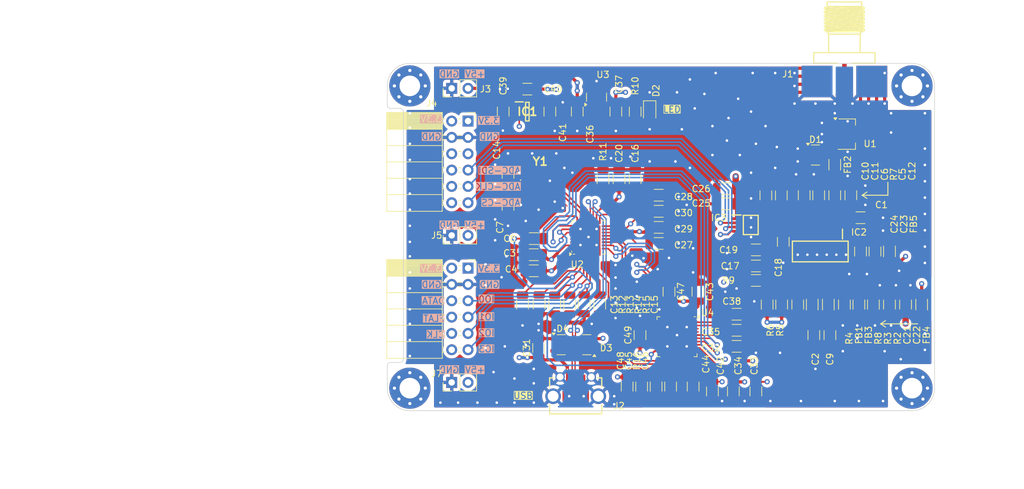
<source format=kicad_pcb>
(kicad_pcb (version 20240108) (generator "pcbnew") (generator_version "8.0")
  (title_block (title "PICO ADC TEST") (date "2024-01-31") (rev "R0.1"))
  (layers (0 "F.Cu" signal) (1 "In1.Cu" signal) (2 "In2.Cu" signal) (31 "B.Cu" signal) (34 "B.Paste" user) (35 "F.Paste" user) (36 "B.SilkS" user "B.Silkscreen") (37 "F.SilkS" user "F.Silkscreen") (38 "B.Mask" user) (39 "F.Mask" user) (44 "Edge.Cuts" user))
  (net 0 "")
  (net 1 "GND")
  (net 2 "Net-(IC2-LMD)")
  (net 3 "Net-(C2-Pad1)")
  (net 4 "TO_ADC_H")
  (net 6 "Net-(C5-Pad1)")
  (net 7 "Net-(IC2-INH)")
  (net 8 "Net-(C6-Pad2)")
  (net 9 "+3.3V")
  (net 10 "Net-(C9-Pad1)")
  (net 11 "TO_ADC_L")
  (net 12 "Net-(IC2-LON)")
  (net 13 "Net-(IC2-VIN)")
  (net 14 "Net-(IC2-LOP)")
  (net 15 "Net-(IC2-VIP)")
  (net 16 "Net-(IC2-RCLMP)")
  (net 17 "DAC_G")
  (net 18 "Net-(IC2-VCM)")
  (net 19 "5VVGA")
  (net 20 "5VLNA")
  (net 21 "Net-(U1-B)")
  (net 22 "VOH")
  (net 23 "VOL")
  (net 25 "Net-(IC2-HILO)")
  (net 26 "Net-(IC2-VPOS)")
  (net 27 "Net-(IC2-ENBV)")
  (net 28 "Net-(IC2-ENBL)")
  (net 29 "Net-(U1-A)")
  (net 32 "VDDI")
  (net 33 "VDIG")
  (net 34 "Net-(U2-X1)")
  (net 35 "Net-(U2-REFOUT)")
  (net 36 "/REFCLK")
  (net 37 "Net-(U2-VCC_GPIO)")
  (net 38 "Net-(U2-X0)")
  (net 39 "Net-(U2-ADC_REF_P)")
  (net 40 "Net-(U2-ADC_REF_N)")
  (net 41 "Net-(U2-V15_VCO)")
  (net 42 "Net-(U2-V18_ADC)")
  (net 43 "Net-(U2-V18_PHY)")
  (net 44 "V18-SYNTH")
  (net 45 "Net-(U4-AMP2_INB)")
  (net 46 "Net-(U4-AMP2_IN)")
  (net 47 "Net-(IC1-BP)")
  (net 48 "Net-(U4-CP-OUT)")
  (net 49 "Net-(U4-VCO-VCC)")
  (net 50 "Net-(U4-LFILT-PC)")
  (net 51 "Net-(D2-A)")
  (net 52 "USB_P")
  (net 53 "USB_N")
  (net 54 "SPI_DATA")
  (net 55 "SPI_LAT")
  (net 56 "SPI_CLK")
  (net 58 "Net-(U2-REST)")
  (net 59 "GPIO_3")
  (net 63 "/I_IN_P")
  (net 64 "/Q_IN_N")
  (net 65 "/Q_IN_P")
  (net 66 "/I_IN_N")
  (net 79 "+5V")
  (net 80 "GPIO_1")
  (net 82 "GPIO_0")
  (net 83 "GPIO_2")
  (net 84 "~{CS}")
  (net 85 "SCK")
  (net 86 "SDI")
  (net 89 "VRF")
  (footprint "Capacitor_SMD:C_1206_3216Metric" (layer "F.Cu") (at 141.25 107 90)
    (property "Reference" "C13")
    (property "Value" "1uF")
  )
  (footprint "Capacitor_SMD:C_1206_3216Metric" (layer "F.Cu") (at 189 111.75 -90)
    (property "Reference" "C9")
    (property "Value" "100nF")
  )
  (footprint "Capacitor_SMD:C_1206_3216Metric" (layer "F.Cu") (at 162.4 95)
    (property "Reference" "C29")
    (property "Value" "10uF")
  )
  (footprint "Capacitor_SMD:C_1206_3216Metric" (layer "F.Cu") (at 159.75 119.75 -90)
    (property "Reference" "C45")
    (property "Value" "10nF")
  )
  (footprint "Capacitor_SMD:C_1206_3216Metric" (layer "F.Cu") (at 198.25 107 90)
    (property "Reference" "C21")
    (property "Value" "1nF")
  )
  (footprint "Connector_PinSocket_2.54mm:PinSocket_2x06_P2.54mm_Horizontal" (layer "F.Cu") (at 132.79 78.47)
    (property "Reference" "J4")
    (property "Value" "90122-0126")
  )
  (footprint "Capacitor_SMD:C_1206_3216Metric" (layer "F.Cu") (at 162.4 97.5)
    (property "Reference" "C27")
    (property "Value" "10uF")
  )
  (footprint "Capacitor_SMD:C_1206_3216Metric" (layer "F.Cu") (at 172.8875 88.9875 180)
    (property "Reference" "C26")
    (property "Value" "100nF")
  )
  (footprint "Capacitor_SMD:C_1206_3216Metric" (layer "F.Cu") (at 172.8625 91.3375 180)
    (property "Reference" "C25")
    (property "Value" "10uF")
  )
  (footprint "PICO_ADC_Test:SOP64P600X175-20N" (layer "F.Cu") (at 187.5 98.75 -90)
    (property "Reference" "IC2")
    (property "Value" "AD8331ARQZ" (hide yes))
  )
  (footprint "Capacitor_SMD:C_1206_3216Metric" (layer "F.Cu") (at 143 99.25 180)
    (property "Reference" "C3")
    (property "Value" "10uF")
  )
  (footprint "Resistor_SMD:R_1206_3216Metric" (layer "F.Cu") (at 185 90 -90)
    (property "Reference" "R7")
    (property "Value" "280R")
  )
  (footprint "Capacitor_SMD:C_1206_3216Metric" (layer "F.Cu") (at 139 91.65 -90)
    (property "Reference" "C7")
    (property "Value" "18pF")
  )
  (footprint "Capacitor_SMD:C_1206_3216Metric" (layer "F.Cu") (at 142 73.5 180)
    (property "Reference" "C40")
    (property "Value" "10uF")
  )
  (footprint "Connector_PinHeader_2.54mm:PinHeader_1x02_P2.54mm_Vertical" (layer "F.Cu") (at 130.25 73.38 90)
    (property "Reference" "J3")
    (property "Value" "22-23-2021")
  )
  (footprint "Capacitor_SMD:C_1206_3216Metric" (layer "F.Cu") (at 164 105 -90)
    (property "Reference" "C47")
    (property "Value" "10nF")
  )
  (footprint "Capacitor_SMD:C_1206_3216Metric" (layer "F.Cu") (at 174 120.5 90)
    (property "Reference" "C34")
    (property "Value" "10uF")
  )
  (footprint "Capacitor_SMD:C_1206_3216Metric" (layer "F.Cu") (at 153.25 107 -90)
    (property "Reference" "C15")
    (property "Value" "10nF")
  )
  (footprint "Package_TO_SOT_SMD:SOT-23" (layer "F.Cu") (at 147.25 113.25)
    (property "Reference" "D4")
    (property "Value" "BAV99")
  )
  (footprint "Capacitor_SMD:C_1206_3216Metric" (layer "F.Cu") (at 174.5 111 180)
    (property "Reference" "C35")
    (property "Value" "100nF")
  )
  (footprint "Package_DFN_QFN:QFN-40-1EP_6x6mm_P0.5mm_EP4.6x4.6mm" (layer "F.Cu") (at 165.25 112 -90)
    (property "Reference" "U4")
    (property "Value" "msi001")
  )
  (footprint "Resistor_SMD:R_1206_3216Metric" (layer "F.Cu") (at 162 119.75 90)
    (property "Reference" "R16")
    (property "Value" "390R")
  )
  (footprint "Resistor_SMD:R_1206_3216Metric" (layer "F.Cu") (at 193.5 107 90)
    (property "Reference" "R3")
    (property "Value" "10K")
  )
  (footprint "Inductor_SMD:L_1206_3216Metric" (layer "F.Cu") (at 203.25 107 90)
    (property "Reference" "FB4")
    (property "Value" "ILHB1206ER750V")
  )
  (footprint "Package_TO_SOT_SMD:SOT-23" (layer "F.Cu") (at 186.75 83.75)
    (property "Reference" "D1")
    (property "Value" "BAV99")
  )
  (footprint "Capacitor_SMD:C_1206_3216Metric" (layer "F.Cu") (at 156.25 87.5 90)
    (property "Reference" "C20")
    (property "Value" "10uF")
  )
  (footprint "Inductor_SMD:L_1206_3216Metric" (layer "F.Cu") (at 198.25 98.725 90)
    (property "Reference" "FB5")
    (property "Value" "ILHB1206ER750V")
  )
  (footprint "Capacitor_SMD:C_1206_3216Metric" (layer "F.Cu") (at 143 96.75)
    (property "Reference" "C8")
    (property "Value" "10nF")
  )
  (footprint "Connector_PinSocket_2.54mm:PinSocket_2x06_P2.54mm_Horizontal" (layer "F.Cu") (at 132.79 101.33)
    (property "Reference" "J6" (hide yes))
    (property "Value" "90122-0126")
  )
  (footprint "ICTAMKY_V8:ZX62DB5PA830" (layer "F.Cu") (at 149.512 121.2)
    (property "Reference" "J2")
    (property "Value" "ZX62D-B-5PA8(30)" (hide yes))
  )
  (footprint "Package_TO_SOT_SMD:SOT-23" (layer "F.Cu") (at 152.75 74.75 90)
    (property "Reference" "U3")
    (property "Value" "AP7313-30SAG")
  )
  (footprint "Resistor_SMD:R_1206_3216Metric" (layer "F.Cu") (at 177.5 103.25 180)
    (property "Reference" "R9")
    (property "Value" "12K")
  )
  (footprint "Capacitor_SMD:C_1206_3216Metric" (layer "F.Cu") (at 157.5 119.75 -90)
    (property "Reference" "C48")
    (property "Value" "10nF")
  )
  (footprint "LED_SMD:LED_0805_2012Metric" (layer "F.Cu") (at 161 77 -90)
    (property "Reference" "D2")
    (property "Value" "LED")
  )
  (footprint "Inductor_SMD:L_1206_3216Metric" (layer "F.Cu") (at 188.75 107 -90)
    (property "Reference" "FB3")
    (property "Value" "ILHB1206ER750V")
  )
  (footprint "Capacitor_SMD:C_1206_3216Metric" (layer "F.Cu") (at 155.75 77 -90)
    (property "Reference" "C37")
    (property "Value" "10uF")
  )
  (footprint "Capacitor_SMD:C_1206_3216Metric" (layer "F.Cu") (at 138.25 77 -90)
    (property "Reference" "C39")
    (property "Value" "10uF")
  )
  (footprint "Capacitor_SMD:C_1206_3216Metric" (layer "F.Cu") (at 143 101.75 180)
    (property "Reference" "C4")
    (property "Value" "10uF")
  )
  (footprint "Package_TO_SOT_SMD:SOT-23" (layer "F.Cu") (at 151.25 113.25 180)
    (property "Reference" "D3")
    (property "Value" "BAV99")
  )
  (footprint "Connector_PinHeader_2.54mm:PinHeader_1x02_P2.54mm_Vertical" (layer "F.Cu") (at 130.25 119.11 90)
    (property "Reference" "J7")
    (property "Value" "22-23-2021")
  )
  (footprint "Inductor_SMD:L_1206_3216Metric" (layer "F.Cu") (at 186.25 107 -90)
    (property "Reference" "FB1")
    (property "Value" "ILHB1206ER750V")
  )
  (footprint "Capacitor_SMD:C_1206_3216Metric" (layer "F.Cu") (at 196 98.75 -90)
    (property "Reference" "C23")
    (property "Value" "1nF")
  )
  (footprint "MountingHole:MountingHole_3.2mm_M3_Pad_Via" (layer "F.Cu") (at 201.75 120)
    (property "Reference" "REF**" (hide yes))
    (property "Value" "MountingHole_3.2mm_M3_Pad_Via")
  )
  (footprint "Capacitor_SMD:C_1206_3216Metric" (layer "F.Cu") (at 149.75 77 -90)
    (property "Reference" "C36")
    (property "Value" "10uF")
  )
  (footprint "Capacitor_SMD:C_1206_3216Metric" (layer "F.Cu") (at 143.75 113.75 90)
    (property "Reference" "C31")
    (property "Value" "10uF")
  )
  (footprint "Resistor_SMD:R_1206_3216Metric" (layer "F.Cu") (at 143.83 106.9625 -90)
    (property "Reference" "R12")
    (property "Value" "10K")
  )
  (footprint "Capacitor_SMD:C_1206_3216Metric" (layer "F.Cu") (at 177.5 101 180)
    (property "Reference" "C17")
    (property "Value" "100nF")
  )
  (footprint "PICO_ADC_Test:MCP4812-EMS" (layer "F.Cu") (at 176.7 94.625)
    (property "Reference" "IC3")
    (property "Value" "MCP4812-E_MS" (hide yes))
  )
  (footprint "Resistor_SMD:R_1206_3216Metric" (layer "F.Cu") (at 150.83 106.9625 -90)
    (property "Reference" "R15")
    (property "Value" "10K")
  )
  (footprint "Capacitor_SMD:C_1206_3216Metric" (layer "F.Cu") (at 179.05 90.025 -90)
    (property "Reference" "C10")
    (property "Value" "100nF")
  )
  (footprint "MountingHole:MountingHole_3.2mm_M3_Pad_Via" (layer "F.Cu") (at 123.75 120)
    (property "Reference" "REF**" (hide yes))
    (property "Value" "MountingHole_3.2mm_M3_Pad_Via")
  )
  (footprint "Capacitor_SMD:C_1206_3216Metric" (layer "F.Cu") (at 189.75 90 -90)
    (property "Reference" "C5")
    (property "Value" "100nF")
  )
  (footprint "SamacSys_Parts:SOT94P279X130-5N" (layer "F.Cu") (at 142 77)
    (property "Reference" "IC1")
    (property "Value" "RT9193-18GB" (hide yes))
  )
  (footprint "SamacSys_Parts:ECS2401833BCHNTR3" (layer "F.Cu") (at 143 88.85 -90)
    (property "Reference" "Y1")
    (property "Value" "Crystal_GND24" (hide yes))
  )
  (footprint "Capacitor_SMD:C_1206_3216Metric" (layer "F.Cu") (at 181.45 90.025 -90)
    (property "Reference" "C11")
    (property "Value" "100nF")
  )
  (footprint "ICTAMKY_V8:AMPHENOL_132357-11_EXT" (layer "F.Cu") (at 191.25 70.75 -90)
    (property "Reference" "J1")
    (property "Value" "AMPHENOL_132357-11" (hide yes))
  )
  (footprint "Capacitor_SMD:C_1206_3216Metric" (layer "F.Cu") (at 187.25 90 90)
    (property "Reference" "C6")
    (property "Value" "18nF")
  )
  (footprint "MountingHole:MountingHole_3.2mm_M3_Pad_Via" (layer "F.Cu") (at 123.75 73)
    (property "Reference" "REF**" (hide yes))
    (property "Value" "MountingHole_3.2mm_M3_Pad_Via")
  )
  (footprint "Package_TO_SOT_SMD:SOT-89-3" (layer "F.Cu") (at 191.6125 80.5)
    (property "Reference" "U1")
    (property "Value" "MD0100N8-G")
  )
  (footprint "Capacitor_SMD:C_1206_3216Metric" (layer "F.Cu") (at 200.75 107 90)
    (property "Reference" "C22")
    (property "Value" "100nF")
  )
  (footprint "Capacitor_SMD:C_1206_3216Metric" (layer "F.Cu") (at 193.75 98.75 -90)
    (property "Reference" "C24")
    (property "Value" "100nF")
  )
  (footprint "Capacitor_SMD:C_1206_3216Metric" (layer "F.Cu") (at 164.25 119.75 90)
    (property "Reference" "C46")
    (property "Value" "33nF")
  )
  (footprint "Inductor_SMD:L_1206_3216Metric" (layer "F.Cu") (at 189.75 85.25 -90)
    (property "Reference" "FB2")
    (property "Value" "ILHB1206ER750V")
  )
  (footprint "Capacitor_SMD:C_1206_3216Metric" (layer "F.Cu") (at 192.25 90 90)
    (property "Reference" "C12")
    (property "Value" "22pF")
  )
  (footprint "Capacitor_SMD:C_1206_3216Metric" (layer "F.Cu") (at 162.4 90)
    (property "Reference" "C28")
    (property "Value" "1uF")
  )
  (footprint "Resistor_SMD:R_1206_3216Metric" (layer "F.Cu") (at 181.5 107 90)
    (property "Reference" "R5")
    (property "Value" "10K")
  )
  (footprint "Resistor_SMD:R_1206_3216Metric" (layer "F.Cu") (at 158.75 77 -90)
    (property "Reference" "R10")
    (property "Value" "510R")
  )
  (footprint "Capacitor_SMD:C_1206_3216Metric" (layer "F.Cu") (at 181.75 97.25 -90)
    (property "Reference" "C18")
    (property "Value" "1nF")
  )
  (footprint "Capacitor_SMD:C_1206_3216Metric" (layer "F.Cu") (at 158.75 87.5 90)
    (property "Reference" "C16")
    (property "Value" "1uF")
  )
  (footprint "Capacitor_SMD:C_1206_3216Metric" (layer "F.Cu") (at 162.4 92.5)
    (property "Reference" "C30")
    (property "Value" "1uF")
  )
  (footprint "Capacitor_SMD:C_1206_3216Metric" (layer "F.Cu") (at 174.5 108.5 180)
    (property "Reference" "C38")
    (property "Value" "100nF")
  )
  (footprint "Capacitor_SMD:C_1206_3216Metric" (layer "F.Cu") (at 159.5 111.75 90)
    (property "Reference" "C49")
    (property "Value" "10nF")
  )
  (footprint "Resistor_SMD:R_1206_3216Metric" (layer "F.Cu") (at 179.25 107 90)
    (property "Reference" "R6")
    (property "Value" "10K")
  )
  (footprint "Resistor_SMD:R_1206_3216Metric" (layer "F.Cu") (at 148.58 107 -90)
    (property "Reference" "R14")
    (property "Value" "10K")
  )
  (footprint "Resistor_SMD:R_1206_3216Metric" (layer "F.Cu") (at 184 107 -90)
    (property "Reference" "R4")
    (property "Value" "100R")
  )
  (footprint "Capacitor_SMD:C_1206_3216Metric" (layer "F.Cu") (at 145.5 77 90)
    (property "Reference" "C41")
    (property "Value" "22nF")
  )
  (footprint "Resistor_SMD:R_1206_3216Metric" (layer "F.Cu") (at 191.25 107 -90)
    (property "Reference" "R8")
    (property "Value" "100R")
  )
  (footprint "Package_DFN_QFN:QFN-32-1EP_5x5mm_P0.5mm_EP3.7x3.7mm" (layer "F.Cu") (at 151.5 96.55 90)
    (property "Reference" "U2")
    (property "Value" "msi2500")
  )
  (footprint "MountingHole:MountingHole_3.2mm_M3_Pad_Via" (layer "F.Cu") (at 201.75 73)
    (property "Reference" "REF**" (hide yes))
    (property "Value" "MountingHole_3.2mm_M3_Pad_Via")
  )
  (footprint "Capacitor_SMD:C_1206_3216Metric" (layer "F.Cu") (at 170.75 120.5 90)
    (property "Reference" "C42")
    (property "Value" "10nF")
  )
  (footprint "Connector_PinHeader_2.54mm:PinHeader_1x02_P2.54mm_Vertical" (layer "F.Cu") (at 130.25 96.25 90)
    (property "Reference" "J5")
    (property "Value" "22-23-2021")
  )
  (footprint "Capacitor_SMD:C_1206_3216Metric" (layer "F.Cu") (at 174.5 113.5 180)
    (property "Reference" "C32")
    (property "Value" "1uF")
  )
  (footprint "Capacitor_SMD:C_1206_3216Metric" (layer "F.Cu") (at 177.5 98.5 180)
    (property "Reference" "C19")
    (property "Value" "100nF")
  )
  (footprint "Capacitor_SMD:C_1206_3216Metric" (layer "F.Cu") (at 139 86.675 -90)
    (property "Reference" "C14")
    (property "Value" "18pF")
  )
  (footprint "Capacitor_SMD:C_1206_3216Metric" (layer "F.Cu") (at 168.5 105 -90)
    (property "Reference" "C43")
    (property "Value" "10nF")
  )
  (footprint "Resistor_SMD:R_1206_3216Metric" (layer "F.Cu") (at 153.75 87.5 -90)
    (property "Reference" "R11")
    (property "Value" "510R")
  )
  (footprint "Capacitor_SMD:C_1206_3216Metric" (layer "F.Cu") (at 186.5 111.75 -90)
    (property "Reference" "C2")
    (property "Value" "100nF")
  )
  (footprint "Resistor_SMD:R_1206_3216Metric" (layer "F.Cu") (at 195.75 107 90)
    (property "Reference" "R2")
    (property "Value" "10K")
  )
  (footprint "Capacitor_SMD:C_1206_3216Metric" (layer "F.Cu") (at 177.5 120.5 90)
    (property "Reference" "C33")
    (property "Value" "10uF")
  )
  (footprint "Capacitor_SMD:C_1206_3216Metric" (layer "F.Cu") (at 167.75 119.75 90)
    (property "Reference" "C44")
    (property "Value" "6800pF")
  )
  (footprint "Resistor_SMD:R_1206_3216Metric" (layer "F.Cu") (at 146.25 107 -90)
    (property "Reference" "R13")
    (property "Value" "10K")
  )
  (footprint "Capacitor_SMD:C_1206_3216Metric" (layer "F.Cu") (at 193.75 93.5 180)
    (property "Reference" "C1")
    (property "Value" "100nF")
  )
  (gr_line (start 194 90) (end 194.75 89.5) (stroke (width 0.15)) (layer "F.SilkS"))
  (gr_line (start 198 90) (end 194 90) (stroke (width 0.15)) (layer "F.SilkS"))
  (gr_line (start 196.875 110) (end 197.625 110.5) (stroke (width 0.15)) (layer "F.SilkS"))
  (gr_line (start 196.875 110) (end 197.625 109.5) (stroke (width 0.15)) (layer "F.SilkS"))
  (gr_line (start 198 88) (end 198 90) (stroke (width 0.15)) (layer "F.SilkS"))
  (gr_line (start 202.625 110) (end 196.875 110) (stroke (width 0.15)) (layer "F.SilkS"))
  (gr_line (start 194 90) (end 194.75 90.5) (stroke (width 0.15)) (layer "F.SilkS"))
  (gr_arc (start 120.25 73) (mid 121.275126 70.525126) (end 123.75 69.5) (stroke (width 0.1)) (layer "Edge.Cuts"))
  (gr_line (start 120.25 76) (end 120.25 73) (stroke (width 0.1)) (layer "Edge.Cuts"))
  (gr_line (start 122.75 77) (end 122.75 115.5) (stroke (width 0.1)) (layer "Edge.Cuts"))
  (gr_line (start 122.25 116) (end 120.75 116) (stroke (width 0.1)) (layer "Edge.Cuts"))
  (gr_line (start 205.25 73) (end 205.25 120) (stroke (width 0.1)) (layer "Edge.Cuts"))
  (gr_line (start 123.75 69.5) (end 201.75 69.5) (stroke (width 0.1)) (layer "Edge.Cuts"))
  (gr_arc (start 201.75 69.5) (mid 204.224874 70.525126) (end 205.25 73) (stroke (width 0.1)) (layer "Edge.Cuts"))
  (gr_arc (start 123.75 123.5) (mid 121.275126 122.474874) (end 120.25 120) (stroke (width 0.1)) (layer "Edge.Cuts"))
  (gr_arc (start 120.25 116.5) (mid 120.396447 116.146447) (end 120.75 116) (stroke (width 0.1)) (layer "Edge.Cuts"))
  (gr_line (start 120.75 76.5) (end 122.25 76.5) (stroke (width 0.1)) (layer "Edge.Cuts"))
  (gr_arc (start 122.75 115.5) (mid 122.603553 115.853553) (end 122.25 116) (stroke (width 0.1)) (layer "Edge.Cuts"))
  (gr_arc (start 120.75 76.5) (mid 120.396447 76.353553) (end 120.25 76) (stroke (width 0.1)) (layer "Edge.Cuts"))
  (gr_line (start 201.75 123.5) (end 123.75 123.5) (stroke (width 0.1)) (layer "Edge.Cuts"))
  (gr_arc (start 122.25 76.5) (mid 122.603553 76.646447) (end 122.75 77) (stroke (width 0.1)) (layer "Edge.Cuts"))
  (gr_line (start 120.25 116.5) (end 120.25 120) (stroke (width 0.1)) (layer "Edge.Cuts"))
  (gr_arc (start 205.25 120) (mid 204.224874 122.474874) (end 201.75 123.5) (stroke (width 0.1)) (layer "Edge.Cuts"))
  (gr_text "+5V" (at 135.5 71.75 0) (layer "B.SilkS" knockout) (effects (font (size 1 1)) (justify left bottom mirror)))
  (gr_text "GND" (at 128.75 81.5 0) (layer "B.SilkS" knockout) (effects (font (size 1 1)) (justify left bottom mirror)))
  (gr_text "ADC-SDI" (at 141 86.75 0) (layer "B.SilkS" knockout) (effects (font (size 1 1)) (justify left bottom mirror)))
  (gr_text "IO0" (at 137 106.75 0) (layer "B.SilkS" knockout) (effects (font (size 1 1)) (justify left bottom mirror)))
  (gr_text "ADC-CS" (at 141 91.75 0) (layer "B.SilkS" knockout) (effects (font (size 1 1)) (justify left bottom mirror)))
  (gr_text "IO3" (at 137 114.5 0) (layer "B.SilkS" knockout) (effects (font (size 1 1)) (justify left bottom mirror)))
  (gr_text "GND" (at 128.75 104.5 0) (layer "B.SilkS" knockout) (effects (font (size 1 1)) (justify left bottom mirror)))
  (gr_text "CLK" (at 129.25 112.25 0) (layer "B.SilkS" knockout) (effects (font (size 1 1)) (justify left bottom mirror)))
  (gr_text "+5V" (at 135.5 95.25 0) (layer "B.SilkS" knockout) (effects (font (size 1 1)) (justify left bottom mirror)))
  (gr_text "FLAT" (at 129.25 109.75 0) (layer "B.SilkS" knockout) (effects (font (size 1 1)) (justify left bottom mirror)))
  (gr_text "3.3V" (at 128.75 102 0) (layer "B.SilkS" knockout) (effects (font (size 1 1)) (justify left bottom mirror)))
  (gr_text "IO1" (at 137 109.5 0) (layer "B.SilkS" knockout) (effects (font (size 1 1)) (justify left bottom mirror)))
  (gr_text "DATA" (at 129.25 107 0) (layer "B.SilkS" knockout) (effects (font (size 1 1)) (justify left bottom mirror)))
  (gr_text "3.3V" (at 137.75 79 0) (layer "B.SilkS" knockout) (effects (font (size 1 1)) (justify left bottom mirror)))
  (gr_text "GND" (at 131.5 71.75 0) (layer "B.SilkS" knockout) (effects (font (size 1 1)) (justify left bottom mirror)))
  (gr_text "IO2" (at 137 112 0) (layer "B.SilkS" knockout) (effects (font (size 1 1)) (justify left bottom mirror)))
  (gr_text "GND" (at 131.5 117.75 0) (layer "B.SilkS" knockout) (effects (font (size 1 1)) (justify left bottom mirror)))
  (gr_text "3.3V" (at 137.75 102 0) (layer "B.SilkS" knockout) (effects (font (size 1 1)) (justify left bottom mirror)))
  (gr_text "ADC-CLK" (at 141 89.25 0) (layer "B.SilkS" knockout) (effects (font (size 1 1)) (justify left bottom mirror)))
  (gr_text "GND" (at 137.75 81.5 0) (layer "B.SilkS" knockout) (effects (font (size 1 1)) (justify left bottom mirror)))
  (gr_text "GND" (at 137.75 104.5 0) (layer "B.SilkS" knockout) (effects (font (size 1 1)) (justify left bottom mirror)))
  (gr_text "3.3V" (at 128.75 78.75 0) (layer "B.SilkS" knockout) (effects (font (size 1 1)) (justify left bottom mirror)))
  (gr_text "GND" (at 131.5 95.25 0) (layer "B.SilkS" knockout) (effects (font (size 1 1)) (justify left bottom mirror)))
  (gr_text "+5V" (at 135.5 117.75 0) (layer "B.SilkS" knockout) (effects (font (size 1 1)) (justify left bottom mirror)))
  (gr_text "LED" (at 163 77.25 0) (layer "F.SilkS" knockout) (effects (font (size 1 1)) (justify left bottom)))
  (gr_text "USB" (at 139.75 121.75 0) (layer "F.SilkS" knockout) (effects (font (size 1 1)) (justify left bottom)))
  (segment (start 152.75 97.75) (end 152.7 97.75) (width 0.25) (layer "F.Cu") (net 1))
  (segment (start 185.125 70.25) (end 182.875 70.25) (width 0.5) (layer "F.Cu") (net 1))
  (segment (start 153.25 99) (end 153.25 98.3) (width 0.25) (layer "F.Cu") (net 1))
  (segment (start 151.5 96.5) (end 151.5 96.55) (width 0.25) (layer "F.Cu") (net 1))
  (segment (start 147.5 75.55) (end 147.475 75.525) (width 0.5) (layer "F.Cu") (net 1))
  (segment (start 185.26 96.035) (end 185.26 97.74) (width 0.4) (layer "F.Cu") (net 1))
  (segment (start 188.46 99.29) (end 188.46 101.465) (width 0.4) (layer "F.Cu") (net 1))
  (segment (start 195 75.75) (end 195 76.625) (width 0.5) (layer "F.Cu") (net 1))
  (segment (start 150.7 97.3) (end 150.75 97.3) (width 0.25) (layer "F.Cu") (net 1))
  (segment (start 141 90.175) (end 141.875 90.175) (width 0.5) (layer "F.Cu") (net 1))
  (segment (start 170.75 121.975) (end 172.225 121.975) (width 0.5) (layer "F.Cu") (net 1))
  (segment (start 187.18 96.035) (end 187.18 97.93) (width 0.4) (layer "F.Cu") (net 1))
  (segment (start 152.7 97.75) (end 151.5 96.55) (width 0.25) (layer "F.Cu") (net 1))
  (segment (start 197.5 74.375) (end 197.5 76.625) (width 0.5) (layer "F.Cu") (net 1))
  (segment (start 175.75 122) (end 177.475 122) (width 0.5) (layer "F.Cu") (net 1))
  (segment (start 146.3125 112.3) (end 146.3125 111.0625) (width 0.5) (layer "F.Cu") (net 1))
  (segment (start 185.125 72.75) (end 182.875 72.75) (width 0.5) (layer "F.Cu") (net 1))
  (segment (start 178.9 95.6) (end 177.45 95.6) (width 0.45) (layer "F.Cu") (net 1))
  (segment (start 188.5 99.25) (end 188.46 99.29) (width 0.4) (layer "F.Cu") (net 1))
  (segment (start 190.38 99.63) (end 190.38 101.465) (width 0.4) (layer "F.Cu") (net 1))
  (segment (start 193.75 74.375) (end 193.75 76.625) (width 0.5) (layer "F.Cu") (net 1))
  (segment (start 196.25 74.375) (end 196.25 76.625) (width 0.5) (layer "F.Cu") (net 1))
  (segment (start 152.75 97.8) (end 152.75 97.75) (width 0.25) (layer "F.Cu") (net 1))
  (segment (start 146.3125 111.0625) (end 146.25 111) (width 0.5) (layer "F.Cu") (net 1))
  (segment (start 143.95 87.7) (end 144 87.75) (width 0.5) (layer "F.Cu") (net 1))
  (segment (start 172.25 122) (end 173.975 122) (width 0.5) (layer "F.Cu") (net 1))
  (segment (start 185.125 74) (end 182.875 74) (width 0.5) (layer "F.Cu") (net 1))
  (segment (start 151.25 96.8) (end 151.5 96.55) (width 0.25) (layer "F.Cu") (net 1))
  (segment (start 153.25 98.3) (end 152.75 97.8) (width 0.25) (layer "F.Cu") (net 1))
  (segment (start 178.9 94.3) (end 177 94.3) (width 0.45) (layer "F.Cu") (net 1))
  (segment (start 185.125 71.5) (end 182.875 71.5) (width 0.5) (layer "F.Cu") (net 1))
  (segment (start 151.25 96.3) (end 151.45 96.5) (width 0.25) (layer "F.Cu") (net 1))
  (segment (start 139 73.5) (end 138.95 73.45) (width 0.5) (layer "F.Cu") (net 1))
  (segment (start 139 90.175) (end 141 90.175) (width 0.5) (layer "F.Cu") (net 1))
  (segment (start 152.75 73.8125) (end 152.75 72.25) (width 0.5) (layer "F.Cu") (net 1))
  (segment (start 177.475 122) (end 177.5 121.975) (width 0.5) (layer "F.Cu") (net 1))
  (segment (start 149.8 97.3) (end 150.25 97.75) (width 0.25) (layer "F.Cu") (net 1))
  (segment (start 141.875 90.175) (end 142.05 90) (width 0.5) (layer "F.Cu") (net 1))
  (segment (start 149.05 96.8) (end 151.25 96.8) (width 0.25) (layer "F.Cu") (net 1))
  (segment (start 150.75 97.3) (end 151.5 96.55) (width 0.25) (layer "F.Cu") (net 1))
  (segment (start 195 74.375) (end 195 75.75) (width 0.5) (layer "F.Cu") (net 1))
  (segment (start 176.95 94.35) (end 177 94.3) (width 0.5) (layer "F.Cu") (net 1))
  (segment (start 149.05 97.3) (end 149.8 97.3) (width 0.25) (layer "F.Cu") (net 1))
  (segment (start 140.75 77) (end 136.75 77) (width 0.5) (layer "F.Cu") (net 1))
  (segment (start 143.75 112.275) (end 143.75 111) (width 0.5) (layer "F.Cu") (net 1))
  (segment (start 138.25 79.9) (end 138.2 79.95) (width 0.5) (layer "F.Cu") (net 1))
  (segment (start 174.025 122) (end 175.75 122) (width 0.5) (layer "F.Cu") (net 1))
  (segment (start 151.5 96.55) (end 151.5 96.55) (width 0.25) (layer "F.Cu") (net 1))
  (segment (start 173.975 122) (end 174 121.975) (width 0.5) (layer "F.Cu") (net 1))
  (segment (start 151.45 96.5) (end 151.5 96.5) (width 0.25) (layer "F.Cu") (net 1))
  (segment (start 149.05 96.3) (end 151.25 96.3) (width 0.25) (layer "F.Cu") (net 1))
  (segment (start 190 99.25) (end 190.38 99.63) (width 0.4) (layer "F.Cu") (net 1))
  (segment (start 174 121.975) (end 174.025 122) (width 0.5) (layer "F.Cu") (net 1))
  (segment (start 150.25 97.75) (end 150.7 97.3) (width 0.25) (layer "F.Cu") (net 1))
  (segment (start 172.225 121.975) (end 172.25 122) (width 0.5) (layer "F.Cu") (net 1))
  (via (at 143 119.25) (size 0.8) (drill 0.4) (layers "F.Cu" "B.Cu") (net 1))
  (via (at 149.75 80) (size 0.8) (drill 0.4) (layers "F.Cu" "B.Cu") (net 1))
  (via (at 165.5 97.5) (size 0.8) (drill 0.4) (layers "F.Cu" "B.Cu") (net 1))
  (via (at 181.25 114.5) (size 0.8) (drill 0.4) (layers "F.Cu" "B.Cu") (net 1))
  (via (at 203.75 90.37) (size 0.8) (drill 0.4) (layers "F.Cu" "B.Cu") (net 1))
  (via (at 176.75 77) (size 0.8) (drill 0.4) (layers "F.Cu" "B.Cu") (net 1))
  (via (at 183.75 86.75) (size 0.8) (drill 0.4) (layers "F.Cu" "B.Cu") (net 1))
  (via (at 159 103.45) (size 0.8) (drill 0.4) (layers "F.Cu" "B.Cu") (net 1))
  (via (at 186.75 75.75) (size 0.8) (drill 0.4) (layers "F.Cu" "B.Cu") (net 1))
  (via (at 176.75 96.5) (size 0.8) (drill 0.4) (layers "F.Cu" "B.Cu") (net 1))
  (via (at 123.75 84.5) (size 0.8) (drill 0.4) (layers "F.Cu" "B.Cu") (net 1))
  (via (at 147.5 92) (size 0.8) (drill 0.4) (layers "F.Cu" "B.Cu") (net 1))
  (via (at 152.25 84.25) (size 0.8) (drill 0.4) (layers "F.Cu" "B.Cu") (net 1))
  (via (at 141.75 94) (size 0.8) (drill 0.4) (layers "F.Cu" "B.Cu") (net 1))
  (via (at 141 91.5) (size 0.8) (drill 0.4) (layers "F.Cu" "B.Cu") (net 1))
  (via (at 203.75 100.53) (size 0.8) (drill 0.4) (layers "F.Cu" "B.Cu") (net 1))
  (via (at 203.75 87.83) (size 0.8) (drill 0.4) (layers "F.Cu" "B.Cu") (net 1))
  (via (at 131.25 122.25) (size 0.8) (drill 0.4) (layers "F.Cu" "B.Cu") (net 1))
  (via (at 194.75 102.25) (size 0.8) (drill 0.4) (layers "F.Cu" "B.Cu") (net 1))
  (via (at 173 101.5) (size 0.8) (drill 0.4) (layers "F.Cu" "B.Cu") (net 1))
  (via (at 123.75 92.25) (size 0.8) (drill 0.4) (layers "F.Cu" "B.Cu") (net 1))
  (via (at 180.75 82.5) (size 0.8) (drill 0.4) (layers "F.Cu" "B.Cu") (net 1))
  (via (at 138 102.75) (size 0.8) (drill 0.4) (layers "F.Cu" "B.Cu") (net 1))
  (via (at 123.75 99.5) (size 0.8) (drill 0.4) (layers "F.Cu" "B.Cu") (net 1))
  (via (at 164 99.75) (size 0.8) (drill 0.4) (layers "F.Cu" "B.Cu") (net 1))
  (via (at 143.75 111) (size 0.8) (drill 0.4) (layers "F.Cu" "B.Cu") (net 1))
  (via (at 191 110.25) (size 0.8) (drill 0.4) (layers "F.Cu" "B.Cu") (net 1))
  (via (at 155.7 106.7) (size 0.8) (drill 0.4) (layers "F.Cu" "B.Cu") (net 1))
  (via (at 180.5 71) (size 0.8) (drill 0.4) (layers "F.Cu" "B.Cu") (net 1))
  (via (at 184 84.75) (size 0.8) (drill 0.4) (layers "F.Cu" "B.Cu") (net 1))
  (via (at 147.5 75.55) (size 0.8) (drill 0.4) (layers "F.Cu" "B.Cu") (net 1))
  (via (at 165.5 95) (size 0.8) (drill 0.4) (layers "F.Cu" "B.Cu") (net 1))
  (via (at 168 76.5) (size 0.8) (drill 0.4) (layers "F.Cu" "B.Cu") (net 1))
  (via (at 172.75 105) (size 0.8) (drill 0.4) (layers "F.Cu" "B.Cu") (net 1))
  (via (at 146.25 80) (size 0.8) (drill 0.4) (layers "F.Cu" "B.Cu") (net 1))
  (via (at 155.7 104.5) (size 0.8) (drill 0.4) (layers "F.Cu" "B.Cu") (net 1))
  (via (at 174.5 104.5) (size 0.8) (drill 0.4) (layers "F.Cu" "B.Cu") (net 1))
  (via (at 194.5 91.5) (size 0.8) (drill 0.4) (layers "F.Cu" "B.Cu") (net 1))
  (via (at 183.5 71) (size 0.8) (drill 0.4) (layers "F.Cu" "B.Cu") (net 1))
  (via (at 187 99.25) (size 0.8) (drill 0.4) (layers "F.Cu" "B.Cu") (net 1))
  (via (at 203.75 97.99) (size 0.8) (drill 0.4) (layers "F.Cu" "B.Cu") (net 1))
  (via (at 135.5 104) (size 0.8) (drill 0.4) (layers "F.Cu" "B.Cu") (net 1))
  (via (at 158.3 99.4) (size 0.8) (drill 0.4) (layers "F.Cu" "B.Cu") (net 1))
  (via (at 142.75 83.5) (size 0.8) (drill 0.4) (layers "F.Cu" "B.Cu") (net 1))
  (via (at 183.5 73) (size 0.8) (drill 0.4) (layers "F.Cu" "B.Cu") (net 1))
  (via (at 203.75 85.29) (size 0.8) (drill 0.4) (layers "F.Cu" "B.Cu") (net 1))
  (via (at 140.75 86.5) (size 0.8) (drill 0.4) (layers "F.Cu" "B.Cu") (net 1))
  (via (at 194.5 88.5) (size 0.8) (drill 0.4) (layers "F.Cu" "B.Cu") (net 1))
  (via (at 197.5 114.25) (size 0.8) (drill 0.4) (layers "F.Cu" "B.Cu") (net 1))
  (via (at 184.5 122) (size 0.8) (drill 0.4) (layers "F.Cu" "B.Cu") (net 1))
  (via (at 191.75 83.25) (size 0.8) (drill 0.4) (layers "F.Cu" "B.Cu") (net 1))
  (via (at 173 81.5) (size 0.8) (drill 0.4) (layers "F.Cu" "B.Cu") (net 1))
  (via (at 203.75 111.5) (size 0.8) (drill 0.4) (layers "F.Cu" "B.Cu") (net 1))
  (via (at 137.25 122.25) (size 0.8) (drill 0.4) (layers "F.Cu" "B.Cu") (net 1))
  (via (at 193.25 112.25) (size 0.8) (drill 0.4) (layers "F.Cu" "B.Cu") (net 1))
  (via (at 147.75 85.75) (size 0.8) (drill 0.4) (layers "F.Cu" "B.Cu") (net 1))
  (via (at 200 115.5) (size 0.8) (drill 0.4) (layers "F.Cu" "B.Cu") (net 1))
  (via (at 203.75 95.45) (size 0.8) (drill 0.4) (layers "F.Cu" "B.Cu") (net 1))
  (via (at 123.75 104.5) (size 0.8) (drill 0.4) (layers "F.Cu" "B.Cu") (net 1))
  (via (at 165.25 74) (size 0.8) (drill 0.4) (layers "F.Cu" "B.Cu") (net 1))
  (via (at 198.5 110.25) (size 0.8) (drill 0.4) (layers "F.Cu" "B.Cu") (net 1))
  (via (at 137 93.75) (size 0.8) (drill 0.4) (layers "F.Cu" "B.Cu") (net 1))
  (via (at 192.5 75.75) (size 0.8) (drill 0.4) (layers "F.Cu" "B.Cu") (net 1))
  (via (at 197.5 75.75) (size 0.8) (drill 0.4) (layers "F.Cu" "B.Cu") (net 1))
  (via (at 177 71) (size 0.8) (drill 0.4) (layers "F.Cu" "B.Cu") (net 1))
  (via (at 177.25 106.5) (size 0.8) (drill 0.4) (layers "F.Cu" "B.Cu") (net 1))
  (via (at 189.75 122) (size 0.8) (drill 0.4) (layers "F.Cu" "B.Cu") (net 1))
  (via (at 184 99.25) (size 0.8) (drill 0.4) (layers "F.Cu" "B.Cu") (net 1))
  (via (at 140 122.25) (size 0.8) (drill 0.4) (layers "F.Cu" "B.Cu") (net 1))
  (via (at 137 90.75) (size 0.8) (drill 0.4) (layers "F.Cu" "B.Cu") (net 1))
  (via (at 138.2 79.95) (size 0.8) (drill 0.4) (layers "F.Cu" "B.Cu") (net 1))
  (via (at 174.75 75) (size 0.8) (drill 0.4) (layers "F.Cu" "B.Cu") (net 1))
  (via (at 150.75 121.25) (size 0.8) (drill 0.4) (layers "F.Cu" "B.Cu") (net 1))
  (via (at 173.25 78) (size 0.8) (drill 0.4) (layers "F.Cu" "B.Cu") (net 1))
  (via (at 165 84.75) (size 0.8) (drill 0.4) (layers "F.Cu" "B.Cu") (net 1))
  (via (at 159 105.7) (size 0.8) (drill 0.4) (layers "F.Cu" "B.Cu") (net 1))
  (via (at 201.5 104) (size 0.8) (drill 0.4) (layers "F.Cu" "B.Cu") (net 1))
  (via (at 170.75 83.75) (size 0.8) (drill 0.4) (layers "F.Cu" "B.Cu") (net 1))
  (via (at 165.5 92.5) (size 0.8) (drill 0.4) (layers "F.Cu" "B.Cu") (net 1))
  (via (at 145.5 87.75) (size 0.8) (drill 0.4) (layers "F.Cu" "B.Cu") (net 1))
  (via (at 161 74) (size 0.8) (drill 0.4) (layers "F.Cu" "B.Cu") (net 1))
  (via (at 167.75 98.25) (size 0.8) (drill 0.4) (layers "F.Cu" "B.Cu") (net 1))
  (via (at 146.25 91) (size 0.8) (drill 0.4) (layers "F.Cu" "B.Cu") (net 1))
  (via (at 191.5 99.25) (size 0.8) (drill 0.4) (layers "F.Cu" "B.Cu") (net 1))
  (via (at 203.75 77.25) (size 0.8) (drill 0.4) (layers "F.Cu" "B.Cu") (net 1))
  (via (at 196 110.25) (size 0.8) (drill 0.4) (layers "F.Cu" "B.Cu") (net 1))
  (via (at 150.25 95.25) (size 0.8) (drill 0.4) (layers "F.Cu" "B.Cu") (net 1))
  (via (at 137 88.25) (size 0.8) (drill 0.4) (layers "F.Cu" "B.Cu") (net 1))
  (via (at 163.75 110.5) (size 0.8) (drill 0.4) (layers "F.Cu" "B.Cu") (net 1))
  (via (at 137 97) (size 0.8) (drill 0.4) (layers "F.Cu" "B.Cu") (net 1))
  (via (at 188.5 99.25) (size 0.8) (drill 0.4) (layers "F.Cu" "B.Cu") (net 1))
  (via (at 198.5 77.25) (size 0.8) (drill 0.4) (layers "F.Cu" "B.Cu") (net 1))
  (via (at 176.75 95) (size 0.8) (drill 0.4) (layers "F.Cu" "B.Cu") (net 1))
  (via (at 197.25 122) (size 0.8) (drill 0.4) (layers "F.Cu" "B.Cu") (net 1))
  (via (at 160.05 99.8) (size 0.8) (drill 0.4) (layers "F.Cu" "B.Cu") (net 1))
  (via (at 137.75 73.5) (size 0.8) (drill 0.4) (layers "F.Cu" "B.Cu") (net 1))
  (via (at 177.5 82) (size 0.8) (drill 0.4) (layers "F.Cu" "B.Cu") (net 1))
  (via (at 161 79.75) (size 0.8) (drill 0.4) (layers "F.Cu" "B.Cu") (net 1))
  (via (at 135.5 113.75) (size 0.8) (drill 0.4) (layers "F.Cu" "B.Cu") (net 1))
  (via (at 159 107.5) (size 0.8) (drill 0.4) (layers "F.Cu" "B.Cu") (net 1))
  (via (at 203.75 92.91) (size 0.8) (drill 0.4) (layers "F.Cu" "B.Cu") (net 1))
  (via (at 184 82.75) (size 0.8) (drill 0.4) (layers "F.Cu" "B.Cu") (net 1))
  (via (at 136.75 117.5) (size 0.8) (drill 0.4) (layers "F.Cu" "B.Cu") (net 1))
  (via (at 165.25 111.75) (size 0.8) (drill 0.4) (layers "F.Cu" "B.Cu") (net 1))
  (via (at 186.5 86.75) (size 0.8) (drill 0.4) (layers "F.Cu" "B.Cu") (net 1))
  (via (at 197.25 95.5) (size 0.8) (drill 0.4) (layers "F.Cu" "B.Cu") (net 1))
  (via (at 167.25 85.75) (size 0.8) (drill 0.4) (layers "F.Cu" "B.Cu") (net 1))
  (via (at 155.75 80) (size 0.8) (drill 0.4) (layers "F.Cu" "B.Cu") (net 1))
  (via (at 146.25 111) (size 0.8) (drill 0.4) (layers "F.Cu" "B.Cu") (net 1))
  (via (at 173 99) (size 0.8) (drill 0.4) (layers "F.Cu" "B.Cu") (net 1))
  (via (at 171.25 71) (size 0.8) (drill 0.4) (layers "F.Cu" "B.Cu") (net 1))
  (via (at 151.5 96.5) (size 0.8) (drill 0.4) (layers "F.Cu" "B.Cu") (net 1))
  (via (at 203.75 82.75) (size 0.8) (drill 0.4) (layers "F.Cu" "B.Cu") (net 1))
  (via (at 161 84.75) (size 0.8) (drill 0.4) (layers "F.Cu" "B.Cu") (net 1))
  (via (at 141.25 110.25) (size 0.8) (drill 0.4) (layers "F.Cu" "B.Cu") (net 1))
  (via (at 196.75 104) (size 0.8) (drill 0.4) (layers "F.Cu" "B.Cu") (net 1))
  (via (at 165.5 90.25) (size 0.8) (drill 0.4) (layers "F.Cu" "B.Cu") (net 1))
  (via (at 203.75 114.04) (size 0.8) (drill 0.4) (layers "F.Cu" "B.Cu") (net 1))
  (via (at 187.75 80.5) (size 0.8) (drill 0.4) (layers "F.Cu" "B.Cu") (net 1))
  (via (at 186.75 117) (size 0.8) (drill 0.4) (layers "F.Cu" "B.Cu") (net 1))
  (via (at 183.5 75.75) (size 0.8) (drill 0.4) (layers "F.Cu" "B.Cu") (net 1))
  (via (at 155.5 122.5) (size 0.8) (drill 0.4) (layers "F.Cu" "B.Cu") (net 1))
  (via (at 123.75 77.25) (size 0.8) (drill 0.4) (layers "F.Cu" "B.Cu") (net 1))
  (via (at 140 118.5) (size 0.8) (drill 0.4) (layers "F.Cu" "B.Cu") (net 1))
  (via (at 152.75 72.25) (size 0.8) (drill 0.4) (layers "F.Cu" "B.Cu") (net 1))
  (via (at 123.75 94.75) (size 0.8) (drill 0.4) (layers "F.Cu" "B.Cu") (net 1))
  (via (at 150.25 97.75) (size 0.8) (drill 0.4) (layers "F.Cu" "B.Cu") (net 1))
  (via (at 139 83.5) (size 0.8) (drill 0.4) (layers "F.Cu" "B.Cu") (net 1))
  (via (at 189.75 75.75) (size 0.8) (drill 0.4) (layers "F.Cu" "B.Cu") (net 1))
  (via (at 172.25 122) (size 0.8) (drill 0.4) (layers "F.Cu" "B.Cu") (net 1))
  (via (at 135.5 100.75) (size 0.8) (drill 0.4) (layers "F.Cu" "B.Cu") (net 1))
  (via (at 199.75 101.75) (size 0.8) (drill 0.4) (layers "F.Cu" "B.Cu") (net 1))
  (via (at 189.75 77.25) (size 0.8) (drill 0.4) (layers "F.Cu" "B.Cu") (net 1))
  (via (at 193.25 110.25) (size 0.8) (drill 0.4) (layers "F.Cu" "B.Cu") (net 1))
  (via (at 141.75 113.25) (size 0.8) (drill 0.4) (layers "F.Cu" "B.Cu") (net 1))
  (via (at 191 114.25) (size 0.8) (drill 0.4) (layers "F.Cu" "B.Cu") (net 1))
  (via (at 190 99.25) (size 0.8) (drill 0.4) (layers "F.Cu" "B.Cu") (net 1))
  (via (at 191.75 87) (size 0.8) (drill 0.4) (layers "F.Cu" "B.Cu") (net 1))
  (via (at 137 85.25) (size 0.8) (drill 0.4) (layers "F.Cu" "B.Cu") (net 1))
  (via (at 180.5 85.75) (size 0.8) (drill 0.4) (layers "F.Cu" "B.Cu") (net 1))
  (via (at 162.5 107.75) (size 0.8) (drill 0.4) (layers "F.Cu" "B.Cu") (net 1))
  (via (at 166.75 91.5) (size 0.8) (drill 0.4) (layers "F.Cu" "B.Cu") (net 1))
  (via (at 155.7 102.8) (size 0.8) (drill 0.4) (layers "F.Cu" "B.Cu") (net 1))
  (via (at 155.7 109.1) (size 0.8) (drill 0.4) (layers "F.Cu" "B.Cu") (net 1))
  (via (at 187.75 78.75) (size 0.8) (drill 0.4) (layers "F.Cu" "B.Cu") (net 1))
  (via (at 146.5 83.5) (size 0.8) (drill 0.4) (layers "F.Cu" "B.Cu") (net 1))
  (via (at 158 84) (size 0.8) (drill 0.4) (layers "F.Cu" "B.Cu") (net 1))
  (via (at 152.75 97.75) (size 0.8) (drill 0.4) (layers "F.Cu" "B.Cu") (net 1))
  (via (at 166.75 110.5) (size 0.8) (drill 0.4) (layers "F.Cu" "B.Cu") (net 1))
  (via (at 149 86.5) (size 0.8) (drill 0.4) (layers "F.Cu" "B.Cu") (net 1))
  (via (at 193.5 122) (size 0.8) (drill 0.4) (layers "F.Cu" "B.Cu") (net 1))
  (via (at 123.75 89.75) (size 0.8) (drill 0.4) (layers "F.Cu" "B.Cu") (net 1))
  (via (at 198.5 80.25) (size 0.8) (drill 0.4) (layers "F.Cu" "B.Cu") (net 1))
  (via (at 152 110) (size 0.8) (drill 0.4) (layers "F.Cu" "B.Cu") (net 1))
  (via (at 175 83.75) (size 0.8) (drill 0.4) (layers "F.Cu" "B.Cu") (net 1))
  (via (at 123.75 107.75) (size 0.8) (drill 0.4) (layers "F.Cu" "B.Cu") (net 1))
  (via (at 199.25 104) (size 0.8) (drill 0.4) (layers "F.Cu" "B.Cu") (net 1))
  (via (at 167.75 102) (size 0.8) (drill 0.4) (layers "F.Cu" "B.Cu") (net 1))
  (via (at 176.75 86.5) (size 0.8) (drill 0.4) (layers "F.Cu" "B.Cu") (net 1))
  (via (at 177.5 114.5) (size 0.8) (drill 0.4) (layers "F.Cu" "B.Cu") (net 1))
  (via (at 175.75 122) (size 0.8) (drill 0.4) (layers "F.Cu" "B.Cu") (net 1))
  (via (at 148.5 121.25) (size 0.8) (drill 0.4) (layers "F.Cu" "B.Cu") (net 1))
  (via (at 187.75 81.75) (size 0.8) (drill 0.4) (layers "F.Cu" "B.Cu") (net 1))
  (via (at 143.75 92.25) (size 0.8) (drill 0.4) (layers "F.Cu" "B.Cu") (net 1))
  (via (at 138.75 99.5) (size 0.8) (drill 0.4) (layers "F.Cu" "B.Cu") (net 1))
  (via (at 152.75 95.25) (size 0.8) (drill 0.4) (layers "F.Cu" "B.Cu") (net 1))
  (via (at 197.5 71) (size 0.8) (drill 0.4) (layers "F.Cu" "B.Cu") (net 1))
  (via (at 128.5 122.25) (size 0.8) (drill 0.4) (layers "F.Cu" "B.Cu") (net 1))
  (via (at 155 84.25) (size 0.8) (drill 0.4) (layers "F.Cu" "B.Cu") (net 1))
  (via (at 162.25 101.5) (size 0.8) (drill 0.4) (layers "F.Cu" "B.Cu") (net 1))
  (via (at 155.5 121.25) (size 0.8) (drill 0.4) (layers "F.Cu" "B.Cu") (net 1))
  (via (at 192 102.25) (size 0.8) (drill 0.4) (layers "F.Cu" "B.Cu") (net 1))
  (via (at 123.75 115) (size 0.8) (drill 0.4) (layers "F.Cu" "B.Cu") (net 1))
  (via (at 138.5 113.5) (size 0.8) (drill 0.4) (layers "F.Cu" "B.Cu") (net 1))
  (via (at 123.75 82) (size 0.8) (drill 0.4) (layers "F.Cu" "B.Cu") (net 1))
  (via (at 159.5 108.75) (size 0.8) (drill 0.4) (layers "F.Cu" "B.Cu") (net 1))
  (via (at 123.75 97.25) (size 0.8) (drill 0.4) (layers "F.Cu" "B.Cu") (net 1))
  (via (at 176.75 90.5) (size 0.8) (drill 0.4) (layers "F.Cu" "B.Cu") (net 1))
  (via (at 123.75 110) (size 0.8) (drill 0.4) (layers "F.Cu" "B.Cu") (net 1))
  (via (at 179 79.25) (size 0.8) (drill 0.4) (layers "F.Cu" "B.Cu") (net 1))
  (via (at 123.75 112.5) (size 0.8) (drill 0.4) (layers "F.Cu" "B.Cu") (net 1))
  (via (at 170.75 79.25) (size 0.8) (drill 0.4) (layers "F.Cu" "B.Cu") (net 1))
  (via (at 143.75 110) (size 0.8) (drill 0.4) (layers "F.Cu" "B.Cu") (net 1))
  (via (at 143 122.25) (size 0.8) (drill 0.4) (layers "F.Cu" "B.Cu") (net 1))
  (via (at 143 117) (size 0.8) (drill 0.4) (layers "F.Cu" "B.Cu") (net 1))
  (via (at 197.25 93.5) (size 0.8) (drill 0.4) (layers "F.Cu" "B.Cu") (net 1))
  (via (at 191.75 78.5) (size 0.8) (drill 0.4) (layers "F.Cu" "B.Cu") (net 1))
  (via (at 163.75 113.5) (size 0.8) (drill 0.4) (layers "F.Cu" "B.Cu") (net 1))
  (via (at 169.5 74.25) (size 0.8) (drill 0.4) (layers "F.Cu" "B.Cu") (net 1))
  (via (at 123.75 79.5) (size 0.8) (drill 0.4) (layers "F.Cu" "B.Cu") (net 1))
  (via (at 185.5 99.25) (size 0.8) (drill 0.4) (layers "F.Cu" "B.Cu") (net 1))
  (via (at 181.75 100.5) (size 0.8) (drill 0.4) (layers "F.Cu" "B.Cu") (net 1))
  (via (at 138.95 73.45) (size 0.8) (drill 0.4) (layers "F.Cu" "B.Cu") (net 1))
  (via (at 123.75 87.5) (size 0.8) (drill 0.4) (layers "F.Cu" "B.Cu") (net 1))
  (via (at 166.75 113.5) (size 0.8) (drill 0.4) (layers "F.Cu" "B.Cu") (net 1))
  (via (at 176.75 93.5) (size 0.8) (drill 0.4) (layers "F.Cu" "B.Cu") (net 1))
  (via (at 155.7 100.85) (size 0.8) (drill 0.4) (layers "F.Cu" "B.Cu") (net 1))
  (via (at 179.75 122) (size 0.8) (drill 0.4) (layers "F.Cu" "B.Cu") (net 1))
  (via (at 195 75.75) (size 0.8) (drill 0.4) (layers "F.Cu" "B.Cu") (net 1))
  (via (at 134.25 122.25) (size 0.8) (drill 0.4) (layers "F.Cu" "B.Cu") (net 1))
  (via (at 167.25 72) (size 0.8) (drill 0.4) (layers "F.Cu" "B.Cu") (net 1))
  (via (at 139 94.75) (size 0.8) (drill 0.4) (layers "F.Cu" "B.Cu") (net 1))
  (via (at 166 79.75) (size 0.8) (drill 0.4) (layers "F.Cu" "B.Cu") (net 1))
  (via (at 123.75 102) (size 0.8) (drill 0.4) (layers "F.Cu" "B.Cu") (net 1))
  (segment (start 190.38 96.035) (end 190.38 94.12) (width 0.3) (layer "F.Cu") (net 2))
  (segment (start 190.38 94.12) (end 191 93.5) (width 0.3) (layer "F.Cu") (net 2))
  (segment (start 191 93.5) (end 192.275 93.5) (width 0.3) (layer "F.Cu") (net 2))
  (segment (start 186.5 110.275) (end 186.25 110.025) (width 0.3) (layer "F.Cu") (net 3))
  (segment (start 186.25 110.025) (end 186.25 108.575) (width 0.3) (layer "F.Cu") (net 3))
  (segment (start 184 108.4625) (end 186.1375 108.4625) (width 0.3) (layer "F.Cu") (net 3))
  (segment (start 186.1375 108.4625) (end 186.25 108.575) (width 0.3) (layer "F.Cu") (net 3))
  (segment (start 184.28 113.225) (end 184.4 113.225) (width 0.3) (layer "F.Cu") (net 4))
  (segment (start 179.475 113.225) (end 182 113.225) (width 0.3) (layer "F.Cu") (net 4))
  (segment (start 183.44 113.225) (end 183.44 112.985) (width 0.3) (layer "F.Cu") (net 4))
  (segment (start 182.84 112.68543) (end 182.84 112.985) (width 0.3) (layer "F.Cu") (net 4))
  (segment (start 182.48 112.44543) (end 182.6 112.44543) (width 0.3) (layer "F.Cu") (net 4))
  (segment (start 182.84 112.985) (end 182.84 113.225) (width 0.3) (layer "F.Cu") (net 4))
  (segment (start 183.68 112.44543) (end 183.8 112.44543) (width 0.3) (layer "F.Cu") (net 4))
  (segment (start 184.4 113.225) (end 185 113.225) (width 0.3) (layer "F.Cu") (net 4))
  (segment (start 182.24 112.985) (end 182.24 112.68543) (width 0.3) (layer "F.Cu") (net 4))
  (segment (start 177.25 111) (end 179.475 113.225) (width 0.3) (layer "F.Cu") (net 4))
  (segment (start 184.04 112.68543) (end 184.04 112.985) (width 0.3) (layer "F.Cu") (net 4))
  (segment (start 183.44 113.864558) (end 183.44 113.225) (width 0.3) (layer "F.Cu") (net 4))
  (segment (start 182.84 113.225) (end 182.84 113.864558) (width 0.3) (layer "F.Cu") (net 4))
  (segment (start 175.975 111) (end 177.25 111) (width 0.3) (layer "F.Cu") (net 4))
  (segment (start 183.44 112.985) (end 183.44 112.68543) (width 0.3) (layer "F.Cu") (net 4))
  (segment (start 183.08 114.104558) (end 183.2 114.104558) (width 0.3) (layer "F.Cu") (net 4))
  (segment (start 185 113.225) (end 186.5 113.225) (width 0.3) (layer "F.Cu") (net 4))
  (arc (start 183.2 114.104558) (mid 183.369706 114.034264) (end 183.44 113.864558) (width 0.3) (layer "F.Cu") (net 4))
  (arc (start 182 113.225) (mid 182.169706 113.154706) (end 182.24 112.985) (width 0.3) (layer "F.Cu") (net 4))
  (arc (start 183.44 112.68543) (mid 183.510294 112.515724) (end 183.68 112.44543) (width 0.3) (layer "F.Cu") (net 4))
  (arc (start 182.24 112.68543) (mid 182.310294 112.515724) (end 182.48 112.44543) (width 0.3) (layer "F.Cu") (net 4))
  (arc (start 183.8 112.44543) (mid 183.969706 112.515724) (end 184.04 112.68543) (width 0.3) (layer "F.Cu") (net 4))
  (arc (start 182.6 112.44543) (mid 182.769706 112.515724) (end 182.84 112.68543) (width 0.3) (layer "F.Cu") (net 4))
  (arc (start 184.04 112.985) (mid 184.110294 113.154706) (end 184.28 113.225) (width 0.3) (layer "F.Cu") (net 4))
  (arc (start 182.84 113.864558) (mid 182.910294 114.034264) (end 183.08 114.104558) (width 0.3) (layer "F.Cu") (net 4))
  (segment (start 189.75 86.825) (end 189.75 88.525) (width 0.3) (layer "F.Cu") (net 6))
  (segment (start 189.75 91.475) (end 192.25 91.475) (width 0.3) (layer "F.Cu") (net 7))
  (segment (start 189.74 96.035) (end 189.74 91.485) (width 0.3) (layer "F.Cu") (net 7))
  (segment (start 189.74 91.485) (end 189.75 91.475) (width 0.3) (layer "F.Cu") (net 7))
  (segment (start 187.25 91.475) (end 189.75 91.475) (width 0.3) (layer "F.Cu") (net 7))
  (segment (start 184.75625 88.5375) (end 186.99375 88.5375) (width 0.3) (layer "F.Cu") (net 8))
  (segment (start 191.1375 108.575) (end 191.25 108.4625) (width 0.3) (layer "F.Cu") (net 10))
  (segment (start 188.75 110.025) (end 189 110.275) (width 0.3) (layer "F.Cu") (net 10))
  (segment (start 188.75 108.575) (end 191.1375 108.575) (width 0.3) (layer "F.Cu") (net 10))
  (segment (start 188.75 108.575) (end 188.75 110.025) (width 0.3) (layer "F.Cu") (net 10))
  (segment (start 175.975 108.5) (end 176.75 108.5) (width 0.3) (layer "F.Cu") (net 11))
  (segment (start 177.25 110) (end 179 111.75) (width 0.3) (layer "F.Cu") (net 11))
  (segment (start 187.525 111.75) (end 189 113.225) (width 0.3) (layer "F.Cu") (net 11))
  (segment (start 179 111.75) (end 187.525 111.75) (width 0.3) (layer "F.Cu") (net 11))
  (segment (start 176.75 108.5) (end 177.25 109) (width 0.3) (layer "F.Cu") (net 11))
  (segment (start 177.25 109) (end 177.25 110) (width 0.3) (layer "F.Cu") (net 11))
  (segment (start 180.4 87.2) (end 179.05 88.55) (width 0.3) (layer "F.Cu") (net 12))
  (segment (start 183.5 89.75) (end 183.5 88.3) (width 0.3) (layer "F.Cu") (net 12))
  (segment (start 185 91.25) (end 183.5 89.75) (width 0.3) (layer "F.Cu") (net 12))
  (segment (start 188.46 94.71) (end 186.275 92.525) (width 0.3) (layer "F.Cu") (net 12))
  (segment (start 185 91.4625) (end 185 91.25) (width 0.3) (layer "F.Cu") (net 12))
  (segment (start 185.5 92.525) (end 185 92.025) (width 0.3) (layer "F.Cu") (net 12))
  (segment (start 183.5 88.3) (end 182.4 87.2) (width 0.3) (layer "F.Cu") (net 12))
  (segment (start 186.275 92.525) (end 185.5 92.525) (width 0.3) (layer "F.Cu") (net 12))
  (segment (start 188.46 96.035) (end 188.46 94.71) (width 0.3) (layer "F.Cu") (net 12))
  (segment (start 185 92.025) (end 185 91.4625) (width 0.3) (layer "F.Cu") (net 12))
  (segment (start 182.4 87.2) (end 180.4 87.2) (width 0.3) (layer "F.Cu") (net 12))
  (segment (start 179.25 91.5) (end 179.05 91.5) (width 0.3) (layer "F.Cu") (net 13))
  (segment (start 185.9 96.035) (end 185.9 95.05) (width 0.3) (layer "F.Cu") (net 13))
  (segment (start 185.9 95.05) (end 185.2 94.35) (width 0.3) (layer "F.Cu") (net 13))
  (segment (start 182.1 94.35) (end 179.25 91.5) (width 0.3) (layer "F.Cu") (net 13))
  (segment (start 185.2 94.35) (end 182.1 94.35) (width 0.3) (layer "F.Cu") (net 13))
  (segment (start 184.625 93.15) (end 182.85 91.375) (width 0.3) (layer "F.Cu") (net 14))
  (segment (start 182.85 89.95) (end 181.45 88.55) (width 0.3) (layer "F.Cu") (net 14))
  (segment (start 182.85 91.375) (end 182.85 89.95) (width 0.3) (layer "F.Cu") (net 14))
  (segment (start 186.05 93.15) (end 184.625 93.15) (width 0.3) (layer "F.Cu") (net 14))
  (segment (start 187.82 94.92) (end 186.05 93.15) (width 0.3) (layer "F.Cu") (net 14))
  (segment (start 187.82 96.035) (end 187.82 94.92) (width 0.3) (layer "F.Cu") (net 14))
  (segment (start 186.54 94.84) (end 185.45 93.75) (width 0.3) (layer "F.Cu") (net 15))
  (segment (start 185.45 93.75) (end 183.7 93.75) (width 0.3) (layer "F.Cu") (net 15))
  (segment (start 186.54 96.035) (end 186.54 94.84) (width 0.3) (layer "F.Cu") (net 15))
  (segment (start 183.7 93.75) (end 181.45 91.5) (width 0.3) (layer "F.Cu") (net 15))
  (segment (start 178.9625 101.2875) (end 178.9625 103.25) (width 0.3) (layer "F.Cu") (net 16))
  (segment (start 184.65 103.125) (end 179.0875 103.125) (width 0.3) (layer "F.Cu") (net 16))
  (segment (start 179 101.25) (end 178.9625 101.2875) (width 0.3) (layer "F.Cu") (net 16))
  (segment (start 178.975 101) (end 178.975 101.225) (width 0.3) (layer "F.Cu") (net 16))
  (segment (start 185.26 101.465) (end 185.26 102.515) (width 0.3) (layer "F.Cu") (net 16))
  (segment (start 185.26 102.515) (end 184.65 103.125) (width 0.3) (layer "F.Cu") (net 16))
  (segment (start 179.0875 103.125) (end 178.9625 103.25) (width 0.3) (layer "F.Cu") (net 16))
  (segment (start 178.975 101.225) (end 179 101.25) (width 0.3) (layer "F.Cu") (net 16))
  (segment (start 182.875 95.775) (end 183.671426 94.978574) (width 0.3) (layer "F.Cu") (net 17))
  (segment (start 180.4 93.65) (end 181.75 95) (width 0.3) (layer "F.Cu") (net 17))
  (segment (start 178.9 93.65) (end 180.4 93.65) (width 0.3) (layer "F.Cu") (net 17))
  (segment (start 183.671426 94.978574) (end 184.228574 94.978574) (width 0.3) (layer "F.Cu") (net 17))
  (segment (start 181.75 95.775) (end 182.875 95.775) (width 0.3) (layer "F.Cu") (net 17))
  (segment (start 184.228574 94.978574) (end 184.62 95.37) (width 0.3) (layer "F.Cu") (net 17))
  (segment (start 184.62 95.37) (end 184.62 96.035) (width 0.3) (layer "F.Cu") (net 17))
  (segment (start 181.75 95) (end 181.75 95.775) (width 0.3) (layer "F.Cu") (net 17))
  (segment (start 178.975 98.5) (end 178.975 98.725) (width 0.3) (layer "F.Cu") (net 18))
  (segment (start 184.62 102.155) (end 184.62 101.465) (width 0.3) (layer "F.Cu") (net 18))
  (segment (start 180.5 101.25) (end 181.775 102.525) (width 0.3) (layer "F.Cu") (net 18))
  (segment (start 178.975 98.725) (end 180.5 100.25) (width 0.3) (layer "F.Cu") (net 18))
  (segment (start 181.775 102.525) (end 184.25 102.525) (width 0.3) (layer "F.Cu") (net 18))
  (segment (start 184.25 102.525) (end 184.62 102.155) (width 0.3) (layer "F.Cu") (net 18))
  (segment (start 180.5 100.25) (end 180.5 101.25) (width 0.3) (layer "F.Cu") (net 18))
  (segment (start 198.2375 108.4625) (end 198.25 108.475) (width 0.5) (layer "F.Cu") (net 19))
  (segment (start 195.75 108.4625) (end 198.2375 108.4625) (width 1) (layer "F.Cu") (net 19))
  (segment (start 193.5 108.4625) (end 195.75 108.4625) (width 1) (layer "F.Cu") (net 19))
  (segment (start 198.25 108.475) (end 200.75 108.475) (width 1) (layer "F.Cu") (net 19))
  (segment (start 181.5 108.2125) (end 181.5 109.75) (width 0.5) (layer "F.Cu") (net 19))
  (segment (start 200.75 109.95) (end 200.75 108.475) (width 1) (layer "F.Cu") (net 19))
  (segment (start 200.75 108.475) (end 200.85 108.575) (width 0.5) (layer "F.Cu") (net 19))
  (segment (start 179.25 108.2) (end 179.25 109.75) (width 0.5) (layer "F.Cu") (net 19))
  (segment (start 203.15 108.475) (end 200.75 108.475) (width 1) (layer "F.Cu") (net 19))
  (via (at 179.25 109.75) (size 0.8) (drill 0.4) (layers "F.Cu" "B.Cu") (net 19))
  (via (at 181.5 109.75) (size 0.8) (drill 0.4) (layers "F.Cu" "B.Cu") (net 19))
  (via (at 200.75 109.95) (size 0.8) (drill 0.4) (layers "F.Cu" "B.Cu") (net 19))
  (segment (start 181.5 109.75) (end 179.25 109.75) (width 0.5) (layer "B.Cu") (net 19))
  (segment (start 193.75 97.275) (end 196 97.275) (width 0.5) (layer "F.Cu") (net 20))
  (segment (start 196 97.275) (end 198.125 97.275) (width 0.5) (layer "F.Cu") (net 20))
  (segment (start 189.1 97.35) (end 189.5 97.75) (width 0.45) (layer "F.Cu") (net 20))
  (segment (start 189.5 97.75) (end 193.275 97.75) (width 0.5) (layer "F.Cu") (net 20))
  (segment (start 198.125 97.275) (end 198.25 97.15) (width 0.5) (layer "F.Cu") (net 20))
  (segment (start 193.275 97.75) (end 193.75 97.275) (width 0.5) (layer "F.Cu") (net 20))
  (segment (start 189.1 96.035) (end 189.1 97.35) (width 0.45) (layer "F.Cu") (net 20))
  (segment (start 187.95 83.75) (end 189.35 83.75) (width 0.3) (layer "F.Cu") (net 21))
  (segment (start 189.6625 82) (end 189.6625 83.2625) (width 0.3) (layer "F.Cu") (net 21))
  (segment (start 189.35 83.75) (end 189.75 83.35) (width 0.3) (layer "F.Cu") (net 21))
  (segment (start 189.6625 83.2625) (end 189.75 83.35) (width 0.3) (layer "F.Cu") (net 21))
  (segment (start 184 105.5375) (end 186.1375 105.5375) (width 0.3) (layer "F.Cu") (net 22))
  (segment (start 186.1375 105.5375) (end 186.25 105.425) (width 0.3) (layer "F.Cu") (net 22))
  (segment (start 186.25 104.25) (end 187.18 103.32) (width 0.3) (layer "F.Cu") (net 22))
  (segment (start 186.25 105.425) (end 186.25 104.25) (width 0.3) (layer "F.Cu") (net 22))
  (segment (start 187.18 103.32) (end 187.18 101.465) (width 0.3) (layer "F.Cu") (net 22))
  (segment (start 188.75 105.425) (end 191.1375 105.425) (width 0.3) (layer "F.Cu") (net 23))
  (segment (start 188.75 105.425) (end 188.75 104.25) (width 0.3) (layer "F.Cu") (net 23))
  (segment (start 191.1375 105.425) (end 191.25 105.5375) (width 0.3) (layer "F.Cu") (net 23))
  (segment (start 187.82 103.32) (end 187.82 101.465) (width 0.3) (layer "F.Cu") (net 23))
  (segment (start 188.75 104.25) (end 187.82 103.32) (width 0.3) (layer "F.Cu") (net 23))
  (segment (start 185.9 101.465) (end 185.9 102.75) (width 0.3) (layer "F.Cu") (net 25))
  (segment (start 185.9 102.75) (end 184.9 103.75) (width 0.3) (layer "F.Cu") (net 25))
  (segment (start 180.775 103.75) (end 179.25 105.275) (width 0.3) (layer "F.Cu") (net 25))
  (segment (start 184.9 103.75) (end 180.775 103.75) (width 0.3) (layer "F.Cu") (net 25))
  (segment (start 185.1 104.4) (end 181.85 104.4) (width 0.3) (layer "F.Cu") (net 26))
  (segment (start 186.51 101.465) (end 186.51 102.99) (width 0.3) (layer "F.Cu") (net 26))
  (segment (start 181.5 105.2875) (end 181.5 104.75) (width 0.3) (layer "F.Cu") (net 26))
  (segment (start 186.51 102.99) (end 185.1 104.4) (width 0.3) (layer "F.Cu") (net 26))
  (segment (start 181.85 104.4) (end 181.5 104.75) (width 0.3) (layer "F.Cu") (net 26))
  (segment (start 192.75 104.35) (end 190.4 104.35) (width 0.3) (layer "F.Cu") (net 27))
  (segment (start 193.5 105.5375) (end 193.5 105.1) (width 0.3) (layer "F.Cu") (net 27))
  (segment (start 190.4 104.35) (end 189.1 103.05) (width 0.3) (layer "F.Cu") (net 27))
  (segment (start 189.1 103.05) (end 189.1 101.465) (width 0.3) (layer "F.Cu") (net 27))
  (segment (start 193.5 105.1) (end 192.75 104.35) (width 0.3) (layer "F.Cu") (net 27))
  (segment (start 194.15 103.4) (end 190.2 103.4) (width 0.3) (layer "F.Cu") (net 28))
  (segment (start 189.74 102.94) (end 189.74 101.465) (width 0.3) (layer "F.Cu") (net 28))
  (segment (start 195.75 105) (end 194.15 103.4) (width 0.3) (layer "F.Cu") (net 28))
  (segment (start 195.75 105.5375) (end 195.75 105) (width 0.3) (layer "F.Cu") (net 28))
  (segment (start 190.2 103.4) (end 189.74 102.94) (width 0.3) (layer "F.Cu") (net 28))
  (segment (start 191.25 77.4125) (end 189.6625 79) (width 0.3) (layer "F.Cu") (net 29))
  (segment (start 191.25 70.75) (end 191.25 77.4125) (width 0.3) (layer "F.Cu") (net 29))
  (segment (start 175.75 119.025) (end 174 119.025) (width 0.5) (layer "F.Cu") (net 32))
  (segment (start 173.4 117.6) (end 171.85 117.6) (width 0.5) (layer "F.Cu") (net 32))
  (segment (start 174 118.2) (end 173.4 117.6) (width 0.5) (layer "F.Cu") (net 32))
  (segment (start 146.75 99) (end 147.95 97.8) (width 0.25) (layer "F.Cu") (net 32))
  (segment (start 145.225 100) (end 145.75 100) (width 0.5) (layer "F.Cu") (net 32))
  (segment (start 171.85 117.6) (end 171.5 117.25) (width 0.5) (layer "F.Cu") (net 32))
  (segment (start 174 119.025) (end 174 118.2) (width 0.5) (layer "F.Cu") (net 32))
  (segment (start 145.75 99.9375) (end 146.6875 99) (width 0.5) (layer "F.Cu") (net 32))
  (segment (start 145.75 100) (end 145.75 99.9375) (width 0.25) (layer "F.Cu") (net 32))
  (segment (start 171.5 117.25) (end 168.5 114.25) (width 0.25) (layer "F.Cu") (net 32))
  (segment (start 145.6875 100) (end 145.6875 100) (width 0.25) (layer "F.Cu") (net 32))
  (segment (start 147.95 97.8) (end 149.05 97.8) (width 0.25) (layer "F.Cu") (net 32))
  (segment (start 168.5 114.25) (end 168.1875 114.25) (width 0.25) (layer "F.Cu") (net 32))
  (segment (start 144.475 99.25) (end 145.225 100) (width 0.5) (layer "F.Cu") (net 32))
  (via (at 175.75 119.025) (size 0.8) (drill 0.4) (layers "F.Cu" "B.Cu") (net 32))
  (via (at 145.75 100) (size 0.8) (drill 0.4) (layers "F.Cu" "B.Cu") (net 32))
  (segment (start 156.25 90.25) (end 156.25 88.975) (width 0.5) (layer "F.Cu") (net 33))
  (segment (start 145.75 101.75) (end 145.875 101.75) (width 0.25) (layer "F.Cu") (net 33))
  (segment (start 174.3375 91.3375) (end 174.6625 91.6625) (width 0.5) (layer "F.Cu") (net 33))
  (segment (start 144.475 101.75) (end 145.75 101.75) (width 0.5) (layer "F.Cu") (net 33))
  (segment (start 158.2 95.8) (end 153.95 95.8) (width 0.25) (layer "F.Cu") (net 33))
  (segment (start 160.175 95.75) (end 160.925 95) (width 0.5) (layer "F.Cu") (net 33))
  (segment (start 154.5 91) (end 155.5 91) (width 0.5) (layer "F.Cu") (net 33))
  (segment (start 155.75 74) (end 157.25 74) (width 0.5) (layer "F.Cu") (net 33))
  (segment (start 153.5 92) (end 154.5 91) (width 0.5) (layer "F.Cu") (net 33))
  (segment (start 155.5875 75.6875) (end 155.75 75.525) (width 0.5) (layer "F.Cu") (net 33))
  (segment (start 174.5 91.5) (end 174.5 93.65) (width 0.5) (layer "F.Cu") (net 33))
  (segment (start 153.7 75.6875) (end 155.5875 75.6875) (width 0.5) (layer "F.Cu") (net 33))
  (segment (start 147.6875 98.9375) (end 148.325 98.3) (width 0.25) (layer "F.Cu") (net 33))
  (segment (start 155.5 91) (end 156.25 90.25) (width 0.5) (layer "F.Cu") (net 33))
  (segment (start 174.3625 91.3125) (end 174.3375 91.3375) (width 0.5) (layer "F.Cu") (net 33))
  (segment (start 147.6875 99.9375) (end 147.6875 98.9375) (width 0.25) (layer "F.Cu") (net 33))
  (segment (start 152.75 92.75) (end 152.75 94.1) (width 0.25) (layer "F.Cu") (net 33))
  (segment (start 145.875 101.75) (end 147.6875 99.9375) (width 0.5) (layer "F.Cu") (net 33))
  (segment (start 158.325 95.675) (end 158.2 95.8) (width 0.25) (layer "F.Cu") (net 33))
  (segment (start 159.5 95.75) (end 160.175 95.75) (width 0.5) (layer "F.Cu") (net 33))
  (segment (start 174.3625 88.9875) (end 174.3625 91.3125) (width 0.5) (layer "F.Cu") (net 33))
  (segment (start 148.325 98.3) (end 149.05 98.3) (width 0.25) (layer "F.Cu") (net 33))
  (segment (start 155.75 75.525) (end 155.75 74) (width 0.5) (layer "F.Cu") (net 33))
  (segment (start 158.75 75.5375) (end 155.7625 75.5375) (width 0.5) (layer "F.Cu") (net 33))
  (segment (start 174.3375 91.3375) (end 174.5 91.5) (width 0.5) (layer "F.Cu") (net 33))
  (segment (start 153.5 92) (end 152.75 92.75) (width 0.25) (layer "F.Cu") (net 33))
  (segment (start 155.7625 75.5375) (end 155.75 75.525) (width 0.5) (layer "F.Cu") (net 33))
  (segment (start 174.3625 88.9875) (end 174.3625 87.0625) (width 1) (layer "F.Cu") (net 33))
  (segment (start 158.325 95.675) (end 159.375 95.675) (width 0.5) (layer "F.Cu") (net 33))
  (segment (start 159.375 95.675) (end 159.4 95.65) (width 0.5) (layer "F.Cu") (net 33))
  (segment (start 159.4 95.65) (end 159.5 95.75) (width 0.5) (layer "F.Cu") (net 33))
  (via (at 156.25 90.25) (size 0.8) (drill 0.4) (layers "F.Cu" "B.Cu") (net 33))
  (via (at 155.75 74) (size 0.8) (drill 0.4) (layers "F.Cu" "B.Cu") (net 33))
  (via (at 145.75 101.75) (size 0.8) (drill 0.4) (layers "F.Cu" "B.Cu") (net 33))
  (via (at 157.25 74) (size 0.8) (drill 0.4) (layers "F.Cu" "B.Cu") (net 33))
  (via (at 174.3625 87.0625) (size 0.8) (drill 0.4) (layers "F.Cu" "B.Cu") (net 33))
  (via (at 159.4 95.65) (size 0.8) (drill 0.4) (layers "F.Cu" "B.Cu") (net 33))
  (via (at 172.5 103.5) (size 0.8) (drill 0.4) (layers "F.Cu" "B.Cu") (net 33))
  (segment (start 157.25 74) (end 155.75 74) (width 0.5) (layer "B.Cu") (net 33))
  (segment (start 146.75 89.25) (end 144.7 89.25) (width 0.25) (layer "F.Cu") (net 34))
  (segment (start 144.7 89.25) (end 143.95 90) (width 0.25) (layer "F.Cu") (net 34))
  (segment (start 143.95 90.3) (end 141.25 93) (width 0.25) (layer "F.Cu") (net 34))
  (segment (start 139.125 93) (end 139 93.125) (width 0.25) (layer "F.Cu") (net 34))
  (segment (start 150.25 94.1) (end 150.25 92.75) (width 0.25) (layer "F.Cu") (net 34))
  (segment (start 141.25 93) (end 139.125 93) (width 0.25) (layer "F.Cu") (net 34))
  (segment (start 143.95 90) (end 143.95 90.3) (width 0.25) (layer "F.Cu") (net 34))
  (segment (start 150.25 92.75) (end 146.75 89.25) (width 0.25) (layer "F.Cu") (net 34))
  (segment (start 149.5 93.25) (end 147 93.25) (width 0.25) (layer "F.Cu") (net 35))
  (segment (start 149.75 94.1) (end 149.75 93.5) (width 0.25) (layer "F.Cu") (net 35))
  (segment (start 147 93.25) (end 144.475 95.775) (width 0.25) (layer "F.Cu") (net 35))
  (segment (start 149.75 93.5) (end 149.5 93.25) (width 0.25) (layer "F.Cu") (net 35))
  (segment (start 144.475 95.775) (end 144.475 96.75) (width 0.25) (layer "F.Cu") (net 35))
  (segment (start 141.525 96.75) (end 140 96.75) (width 0.3) (layer "F.Cu") (net 36))
  (segment (start 162.3125 114.25) (end 161.75 114.25) (width 0.3) (layer "F.Cu") (net 36))
  (segment (start 161.75 114.25) (end 161.25 114.75) (width 0.3) (layer "F.Cu") (net 36))
  (via (at 140 96.75) (size 0.8) (drill 0.4) (layers "F.Cu" "B.Cu") (net 36))
  (via (at 161.25 114.75) (size 0.8) (drill 0.4) (layers "F.Cu" "B.Cu") (net 36))
  (segment (start 161.25 115.65) (end 161.25 114.75) (width 0.25) (layer "B.Cu") (net 36))
  (segment (start 160.45 116.45) (end 161.25 115.65) (width 0.25) (layer "B.Cu") (net 36))
  (segment (start 142.5 104.5) (end 146.125 104.5) (width 0.25) (layer "B.Cu") (net 36))
  (segment (start 145.1 108.5) (end 145.1 115.3) (width 0.25) (layer "B.Cu") (net 36))
  (segment (start 145.1 115.3) (end 146.25 116.45) (width 0.25) (layer "B.Cu") (net 36))
  (segment (start 149 107.5) (end 146.1 107.5) (width 0.25) (layer "B.Cu") (net 36))
  (segment (start 152.05 103.75) (end 152.05 104.45) (width 0.25) (layer "B.Cu") (net 36))
  (segment (start 146.25 116.45) (end 160.45 116.45) (width 0.25) (layer "B.Cu") (net 36))
  (segment (start 152.05 104.45) (end 149 107.5) (width 0.25) (layer "B.Cu") (net 36))
  (segment (start 148.725 101.9) (end 150.2 101.9) (width 0.25) (layer "B.Cu") (net 36))
  (segment (start 140 96.75) (end 140 102) (width 0.25) (layer "B.Cu") (net 36))
  (segment (start 140 102) (end 142.5 104.5) (width 0.25) (layer "B.Cu") (net 36))
  (segment (start 146.1 107.5) (end 145.1 108.5) (width 0.25) (layer "B.Cu") (net 36))
  (segment (start 150.2 101.9) (end 152.05 103.75) (width 0.25) (layer "B.Cu") (net 36))
  (segment (start 146.125 104.5) (end 148.725 101.9) (width 0.25) (layer "B.Cu") (net 36))
  (segment (start 146.25 103.75) (end 143 103.75) (width 0.25) (layer "F.Cu") (net 37))
  (segment (start 149.75 101.25) (end 149.25 101.75) (width 0.25) (layer "F.Cu") (net 37))
  (segment (start 148.25 101.75) (end 146.25 103.75) (width 0.25) (layer "F.Cu") (net 37))
  (segment (start 149.75 99) (end 149.75 101.25) (width 0.25) (layer "F.Cu") (net 37))
  (segment (start 141.25 105.5) (end 141.25 105.525) (width 0.25) (layer "F.Cu") (net 37))
  (segment (start 149.25 101.75) (end 148.25 101.75) (width 0.25) (layer "F.Cu") (net 37))
  (segment (start 143 103.75) (end 141.25 105.5) (width 0.25) (layer "F.Cu") (net 37))
  (segment (start 142.75 86) (end 142.05 86.7) (width 0.25) (layer "F.Cu") (net 38))
  (segment (start 142.05 86.7) (end 142.05 87.7) (width 0.25) (layer "F.Cu") (net 38))
  (segment (start 146.75 88.5) (end 146.75 87.25) (width 0.25) (layer "F.Cu") (net 38))
  (segment (start 150.75 94.1) (end 150.75 92.5) (width 0.25) (layer "F.Cu") (net 38))
  (segment (start 145.5 86) (end 142.75 86) (width 0.25) (layer "F.Cu") (net 38))
  (segment (start 150.75 92.5) (end 146.75 88.5) (width 0.25) (layer "F.Cu") (net 38))
  (segment (start 146.75 87.25) (end 145.5 86) (width 0.25) (layer "F.Cu") (net 38))
  (segment (start 141.6 88.15) (end 139 88.15) (width 0.25) (layer "F.Cu") (net 38))
  (segment (start 142.05 87.7) (end 141.6 88.15) (width 0.25) (layer "F.Cu") (net 38))
  (segment (start 153.25 103.25) (end 153.25 105.525) (width 0.25) (layer "F.Cu") (net 39))
  (segment (start 152.25 99) (end 152.25 102.25) (width 0.25) (layer "F.Cu") (net 39))
  (segment (start 152.25 102.25) (end 153.25 103.25) (width 0.25) (layer "F.Cu") (net 39))
  (segment (start 152.75 99) (end 152.75 101.75) (width 0.25) (layer "F.Cu") (net 40))
  (segment (start 152.75 101.75) (end 154.6 103.6) (width 0.25) (layer "F.Cu") (net 40))
  (segment (start 154.6 103.6) (end 154.6 107.125) (width 0.25) (layer "F.Cu") (net 40))
  (segment (start 154.6 107.125) (end 153.25 108.475) (width 0.25) (layer "F.Cu") (net 40))
  (segment (start 153.25 93.25) (end 153.5 93) (width 0.25) (layer "F.Cu") (net 41))
  (segment (start 153.5 93) (end 155.75 93) (width 0.25) (layer "F.Cu") (net 41))
  (segment (start 158.75 90) (end 158.75 88.975) (width 0.25) (layer "F.Cu") (net 41))
  (segment (start 153.25 94.1) (end 153.25 93.25) (width 0.25) (layer "F.Cu") (net 41))
  (segment (start 155.75 93) (end 158.75 90) (width 0.25) (layer "F.Cu") (net 41))
  (segment (start 153.95 96.3) (end 157.75 96.3) (width 0.25) (layer "F.Cu") (net 42))
  (segment (start 158.95 97.5) (end 160.925 97.5) (width 0.25) (layer "F.Cu") (net 42))
  (segment (start 157.75 96.3) (end 158.95 97.5) (width 0.25) (layer "F.Cu") (net 42))
  (segment (start 160.025 90) (end 160.925 90) (width 0.25) (layer "F.Cu") (net 43))
  (segment (start 155.225 94.8) (end 160.025 90) (width 0.25) (layer "F.Cu") (net 43))
  (segment (start 153.95 94.8) (end 155.225 94.8) (width 0.25) (layer "F.Cu") (net 43))
  (segment (start 140.75 77.94) (end 140.75 79.3) (width 0.25) (layer "F.Cu") (net 44))
  (segment (start 157.2 95.3) (end 158.05 94.45) (width 0.25) (layer "F.Cu") (net 44))
  (segment (start 160 92.5) (end 160.925 92.5) (width 0.25) (layer "F.Cu") (net 44))
  (segment (start 158.05 94.45) (end 160 92.5) (width 0.25) (layer "F.Cu") (net 44))
  (segment (start 153.95 95.3) (end 157.2 95.3) (width 0.25) (layer "F.Cu") (net 44))
  (via (at 140.75 79.3) (size 0.8) (drill 0.4) (layers "F.Cu" "B.Cu") (net 44))
  (via (at 158.05 94.45) (size 0.8) (drill 0.4) (layers "F.Cu" "B.Cu") (net 44))
  (segment (start 172.275 110.25) (end 173.025 111) (width 0.25) (layer "F.Cu") (net 45))
  (segment (start 168.1875 110.25) (end 172.275 110.25) (width 0.25) (layer "F.Cu") (net 45))
  (segment (start 168.1875 109.75) (end 171.25 109.75) (width 0.25) (layer "F.Cu") (net 46))
  (segment (start 172.5 108.5) (end 173.025 108.5) (width 0.25) (layer "F.Cu") (net 46))
  (segment (start 171.25 109.75) (end 172.5 108.5) (width 0.25) (layer "F.Cu") (net 46))
  (segment (start 143.25 77.94) (end 144.965 77.94) (width 0.25) (layer "F.Cu") (net 47))
  (segment (start 144.965 77.94) (end 145.5 78.475) (width 0.25) (layer "F.Cu") (net 47))
  (segment (start 164.25 121.225) (end 167.75 121.225) (width 0.25) (layer "F.Cu") (net 48))
  (segment (start 166 121.225) (end 164.25 121.225) (width 0.25) (layer "F.Cu") (net 48))
  (segment (start 166 114.9375) (end 166 121.225) (width 0.25) (layer "F.Cu") (net 48))
  (segment (start 166.5 117.025) (end 167.75 118.275) (width 0.25) (layer "F.Cu") (net 49))
  (segment (start 159.75 118.275) (end 159.75 119) (width 0.25) (layer "F.Cu") (net 49))
  (segment (start 168.75 122.5) (end 162.25 122.5) (width 0.25) (layer "F.Cu") (net 49))
  (segment (start 167.75 118.275) (end 169.25 119.775) (width 0.25) (layer "F.Cu") (net 49))
  (segment (start 162.25 122.5) (end 162 122.25) (width 0.25) (layer "F.Cu") (net 49))
  (segment (start 161.9625 121.2125) (end 162 121.2125) (width 0.25) (layer "F.Cu") (net 49))
  (segment (start 159.75 119) (end 161.9625 121.2125) (width 0.25) (layer "F.Cu") (net 49))
  (segment (start 169.25 119.775) (end 169.25 122) (width 0.25) (layer "F.Cu") (net 49))
  (segment (start 166.5 114.9375) (end 166.5 117.025) (width 0.25) (layer "F.Cu") (net 49))
  (segment (start 169.25 122) (end 168.75 122.5) (width 0.25) (layer "F.Cu") (net 49))
  (segment (start 162 122.25) (end 162 121.2125) (width 0.25) (layer "F.Cu") (net 49))
  (segment (start 165.5 117.025) (end 164.25 118.275) (width 0.25) (layer "F.Cu") (net 50))
  (segment (start 164.2375 118.2875) (end 164.25 118.275) (width 0.25) (layer "F.Cu") (net 50))
  (segment (start 165.5 114.9375) (end 165.5 117.025) (width 0.25) (layer "F.Cu") (net 50))
  (segment (start 162 118.2875) (end 164.2375 118.2875) (width 0.25) (layer "F.Cu") (net 50))
  (segment (start 158.75 78.4625) (end 160.475 78.4625) (width 0.5) (layer "F.Cu") (net 51))
  (segment (start 160.475 78.4625) (end 161 77.9375) (width 0.5) (layer "F.Cu") (net 51))
  (segment (start 149.475 112.825) (end 149.475 112) (width 0.2) (layer "F.Cu") (net 52))
  (segment (start 149.412 113.738) (end 149.9 113.25) (width 0.2) (layer "F.Cu") (net 52))
  (segment (start 149.512 118.575) (end 149.412001 118.475001) (width 0.2) (layer "F.Cu") (net 52))
  (segment (start 149.475001 111.299999) (end 149.775 111) (width 0.2) (layer "F.Cu") (net 52))
  (segment (start 149.9 113.25) (end 150.3125 113.25) (width 0.2) (layer "F.Cu") (net 52))
  (segment (start 152.25 94.1) (end 152.225001 94.075001) (width 0.2) (layer "F.Cu") (net 52))
  (segment (start 149.9 113.25) (end 149.475 112.825) (width 0.2) (layer "F.Cu") (net 52))
  (segment (start 149.412001 116.5) (end 149.412 116.499999) (width 0.2) (layer "F.Cu") (net 52))
  (segment (start 152.225001 91.299999) (end 152.525 91) (width 0.2) (layer "F.Cu") (net 52))
  (segment (start 149.475 112) (end 149.475001 111.999999) (width 0.2) (layer "F.Cu") (net 52))
  (segment (start 149.412 116.499999) (end 149.412 113.738) (width 0.2) (layer "F.Cu") (net 52))
  (segment (start 152.225001 94.075001) (end 152.225001 91.299999) (width 0.2) (layer "F.Cu") (net 52))
  (segment (start 149.412001 118.475001) (end 149.412001 116.299999) (width 0.2) (layer "F.Cu") (net 52))
  (segment (start 149.475001 111.999999) (end 149.475001 111.299999) (width 0.2) (layer "F.Cu") (net 52))
  (via (at 149.775 111) (size 0.8) (drill 0.4) (layers "F.Cu" "B.Cu") (net 52))
  (via (at 152.525 91) (size 0.8) (drill 0.4) (layers "F.Cu" "B.Cu") (net 52))
  (segment (start 152.225001 91.656801) (end 154.225 93.6568) (width 0.2) (layer "B.Cu") (net 52))
  (segment (start 154.225 105.475) (end 149.475001 110.224999) (width 0.2) (layer "B.Cu") (net 52))
  (segment (start 152.225001 91.299999) (end 152.225001 91.656801) (width 0.2) (layer "B.Cu") (net 52))
  (segment (start 154.225 93.6568) (end 154.225 105.475) (width 0.2) (layer "B.Cu") (net 52))
  (segment (start 149.475001 110.224999) (end 149.475001 110.700001) (width 0.2) (layer "B.Cu") (net 52))
  (segment (start 149.475001 110.700001) (end 149.775 111) (width 0.2) (layer "B.Cu") (net 52))
  (segment (start 152.525 91) (end 152.225001 91.299999) (width 0.2) (layer "B.Cu") (net 52))
  (segment (start 148.962 113.712) (end 148.5 113.25) (width 0.2) (layer "F.Cu") (net 53))
  (segment (start 148.961999 116.299999) (end 148.962 116.299998) (width 0.2) (layer "F.Cu") (net 53))
  (segment (start 151.75 94.1) (end 151.774999 94.075001) (width 0.2) (layer "F.Cu") (net 53))
  (segment (start 148.5 113.25) (end 148.1875 113.25) (width 0.2) (layer "F.Cu") (net 53))
  (segment (start 149.024999 111.999999) (end 149.024999 111.299999) (width 0.2) (layer "F.Cu") (net 53))
  (segment (start 149.024999 111.299999) (end 148.725 111) (width 0.2) (layer "F.Cu") (net 53))
  (segment (start 149.025 112.825) (end 149.025 112) (width 0.2) (layer "F.Cu") (net 53))
  (segment (start 148.6 113.25) (end 149.025 112.825) (width 0.2) (layer "F.Cu") (net 53))
  (segment (start 151.774999 94.075001) (end 151.774999 91.299999) (width 0.2) (layer "F.Cu") (net 53))
  (segment (start 149.025 112) (end 149.024999 111.999999) (width 0.2) (layer "F.Cu") (net 53))
  (segment (start 148.1875 113.25) (end 148.6 113.25) (width 0.2) (layer "F.Cu") (net 53))
  (segment (start 148.961999 118.475001) (end 148.961999 116.299999) (width 0.2) (layer "F.Cu") (net 53))
  (segment (start 148.862 118.575) (end 148.961999 118.475001) (width 0.2) (layer "F.Cu") (net 53))
  (segment (start 151.774999 91.299999) (end 151.475 91) (width 0.2) (layer "F.Cu") (net 53))
  (segment (start 148.962 116.299998) (end 148.962 113.712) (width 0.2) (layer "F.Cu") (net 53))
  (via (at 151.475 91) (size 0.8) (drill 0.4) (layers "F.Cu" "B.Cu") (net 53))
  (via (at 148.725 111) (size 0.8) (drill 0.4) (layers "F.Cu" "B.Cu") (net 53))
  (segment (start 151.475 91) (end 151.774999 91.299999) (width 0.2) (layer "B.Cu") (net 53))
  (segment (start 149.024999 110.700001) (end 148.725 111) (width 0.2) (layer "B.Cu") (net 53))
  (segment (start 153.775 93.8432) (end 153.775 105.275) (width 0.2) (layer "B.Cu") (net 53))
  (segment (start 151.774999 91.299999) (end 151.774999 91.843199) (width 0.2) (layer "B.Cu") (net 53))
  (segment (start 151.774999 91.843199) (end 153.775 93.8432) (width 0.2) (layer "B.Cu") (net 53))
  (segment (start 153.775 105.275) (end 149.024999 110.025001) (width 0.2) (layer "B.Cu") (net 53))
  (segment (start 149.024999 110.025001) (end 149.024999 110.700001) (width 0.2) (layer "B.Cu") (net 53))
  (segment (start 147.45 95.3) (end 149.05 95.3) (width 0.25) (layer "F.Cu") (net 54))
  (segment (start 171.5 113.25) (end 170.5 112.25) (width 0.25) (layer "F.Cu") (net 54))
  (segment (start 147 95.75) (end 147.45 95.3) (width 0.25) (layer "F.Cu") (net 54))
  (segment (start 170.5 112.25) (end 168.1875 112.25) (width 0.25) (layer "F.Cu") (net 54))
  (via (at 171.5 113.25) (size 0.8) (drill 0.4) (layers "F.Cu" "B.Cu") (net 54))
  (via (at 147 95.75) (size 0.8) (drill 0.4) (layers "F.Cu" "B.Cu") (net 54))
  (segment (start 170 111.75) (end 170 90.25) (width 0.25) (layer "B.Cu") (net 54))
  (segment (start 151 86.25) (end 148.55 88.7) (width 0.25) (layer "B.Cu") (net 54))
  (segment (start 148.1 97.35) (end 148.1 96.683273) (width 0.25) (layer "B.Cu") (net 54))
  (segment (start 145.325 98.675) (end 146.775 98.675) (width 0.25) (layer "B.Cu") (net 54))
  (segment (start 147.75 93.35) (end 146.4 93.35) (width 0.25) (layer "B.Cu") (net 54))
  (segment (start 148.55 92.55) (end 147.75 93.35) (width 0.25) (layer "B.Cu") (net 54))
  (segment (start 144.525 97.875) (end 145.325 98.675) (width 0.25) (layer "B.Cu") (net 54))
  (segment (start 148.55 88.7) (end 148.55 92.55) (width 0.25) (layer "B.Cu") (net 54))
  (segment (start 144.525 95.225) (end 144.525 97.875) (width 0.25) (layer "B.Cu") (net 54))
  (segment (start 146.4 93.35) (end 144.525 95.225) (width 0.25) (layer "B.Cu") (net 54))
  (segment (start 170 90.25) (end 166 86.25) (width 0.25) (layer "B.Cu") (net 54))
  (segment (start 171.5 113.25) (end 170 111.75) (width 0.25) (layer "B.Cu") (net 54))
  (segment (start 146.775 98.675) (end 148.1 97.35) (width 0.25) (layer "B.Cu") (net 54))
  (segment (start 147.166727 95.75) (end 147 95.75) (width 0.25) (layer "B.Cu") (net 54))
  (segment (start 166 86.25) (end 151 86.25) (width 0.25) (layer "B.Cu") (net 54))
  (segment (start 148.1 96.683273) (end 147.166727 95.75) (width 0.25) (layer "B.Cu") (net 54))
  (segment (start 172.75 115.5) (end 171.25 115.5) (width 0.25) (layer "F.Cu") (net 55))
  (segment (start 146.75 94.75) (end 149 94.75) (width 0.25) (layer "F.Cu") (net 55))
  (segment (start 171.25 115.5) (end 169 113.25) (width 0.25) (layer "F.Cu") (net 55))
  (segment (start 146 95.5) (end 146.75 94.75) (width 0.25) (layer "F.Cu") (net 55))
  (segment (start 146 97.25) (end 146 95.5) (width 0.25) (layer "F.Cu") (net 55))
  (segment (start 149 94.75) (end 149.05 94.8) (width 0.25) (layer "F.Cu") (net 55))
  (segment (start 169 113.25) (end 168.1875 113.25) (width 0.25) (layer "F.Cu") (net 55))
  (via (at 172.75 115.5) (size 0.8) (drill 0.4) (layers "F.Cu" "B.Cu") (net 55))
  (via (at 146 97.25) (size 0.8) (drill 0.4) (layers "F.Cu" "B.Cu") (net 55))
  (segment (start 146 97.25) (end 146 95.547918) (width 0.25) (layer "B.Cu") (net 55))
  (segment (start 171.3 115.5) (end 172.75 115.5) (width 0.25) (layer "B.Cu") (net 55))
  (segment (start 149.55 93.2) (end 149.55 89.2) (width 0.25) (layer "B.Cu") (net 55))
  (segment (start 146 95.547918) (end 146.972918 94.575) (width 0.25) (layer "B.Cu") (net 55))
  (segment (start 148.175 94.575) (end 149.55 93.2) (width 0.25) (layer "B.Cu") (net 55))
  (segment (start 169 113.2) (end 171.3 115.5) (width 0.25) (layer "B.Cu") (net 55))
  (segment (start 149.55 89.2) (end 151.5 87.25) (width 0.25) (layer "B.Cu") (net 55))
  (segment (start 165.5 87.25) (end 169 90.75) (width 0.25) (layer "B.Cu") (net 55))
  (segment (start 146.972918 94.575) (end 148.175 94.575) (width 0.25) (layer "B.Cu") (net 55))
  (segment (start 169 90.75) (end 169 113.2) (width 0.25) (layer "B.Cu") (net 55))
  (segment (start 151.5 87.25) (end 165.5 87.25) (width 0.25) (layer "B.Cu") (net 55))
  (segment (start 147.25 97) (end 147.25 96.75) (width 0.25) (layer "F.Cu") (net 56))
  (segment (start 147.25 96.75) (end 148.2 95.8) (width 0.25) (layer "F.Cu") (net 56))
  (segment (start 169.5 112.75) (end 168.1875 112.75) (width 0.25) (layer "F.Cu") (net 56))
  (segment (start 148.2 95.8) (end 149.05 95.8) (width 0.25) (layer "F.Cu") (net 56))
  (segment (start 171.5 114.75) (end 169.5 112.75) (width 0.25) (layer "F.Cu") (net 56))
  (via (at 171.5 114.5) (size 0.8) (drill 0.4) (layers "F.Cu" "B.Cu") (net 56))
  (via (at 147.25 97) (size 0.8) (drill 0.4) (layers "F.Cu" "B.Cu") (net 56))
  (segment (start 146.788173 93.925) (end 146.738173 93.975) (width 0.25) (layer "B.Cu") (net 56))
  (segment (start 149.05 92.9) (end 148.025 93.925) (width 0.25) (layer "B.Cu") (net 56))
  (segment (start 165.75 86.75) (end 151.25 86.75) (width 0.25) (layer "B.Cu") (net 56))
  (segment (start 171.5 114.5) (end 169.5 112.5) (width 0.25) (layer "B.Cu") (net 56))
  (segment (start 145.1 97.552082) (end 145.647918 98.1) (width 0.25) (layer "B.Cu") (net 56))
  (segment (start 151.25 86.75) (end 149.05 88.95) (width 0.25) (layer "B.Cu") (net 56))
  (segment (start 147.25 97.202082) (end 147.25 97) (width 0.25) (layer "B.Cu") (net 56))
  (segment (start 146.352082 98.1) (end 147.25 97.202082) (width 0.25) (layer "B.Cu") (net 56))
  (segment (start 145.1 95.59939) (end 145.1 97.552082) (width 0.25) (layer "B.Cu") (net 56))
  (segment (start 169.5 90.5) (end 165.75 86.75) (width 0.25) (layer "B.Cu") (net 56))
  (segment (start 145.647918 98.1) (end 146.352082 98.1) (width 0.25) (layer "B.Cu") (net 56))
  (segment (start 169.5 112.5) (end 169.5 90.5) (width 0.25) (layer "B.Cu") (net 56))
  (segment (start 149.05 88.95) (end 149.05 92.9) (width 0.25) (layer "B.Cu") (net 56))
  (segment (start 146.72439 93.975) (end 145.1 95.59939) (width 0.25) (layer "B.Cu") (net 56))
  (segment (start 148.025 93.925) (end 146.788173 93.925) (width 0.25) (layer "B.Cu") (net 56))
  (segment (start 146.738173 93.975) (end 146.72439 93.975) (width 0.25) (layer "B.Cu") (net 56))
  (segment (start 151.2875 88.9625) (end 153.75 88.9625) (width 0.25) (layer "F.Cu") (net 58))
  (segment (start 151.25 92.25) (end 150.25 91.25) (width 0.25) (layer "F.Cu") (net 58))
  (segment (start 150.25 90) (end 151.2875 88.9625) (width 0.25) (layer "F.Cu") (net 58))
  (segment (start 150.25 91.25) (end 150.25 90) (width 0.25) (layer "F.Cu") (net 58))
  (segment (start 151.25 94.1) (end 151.25 92.25) (width 0.25) (layer "F.Cu") (net 58))
  (segment (start 151.275 104.125) (end 151.275 105.055) (width 0.25) (layer "F.Cu") (net 59))
  (segment (start 151.75 103.65) (end 151.75 99) (width 0.25) (layer "F.Cu") (net 59))
  (segment (start 151.275 105.055) (end 150.83 105.5) (width 0.25) (layer "F.Cu") (net 59))
  (segment (start 151.275 104.125) (end 151.75 103.65) (width 0.25) (layer "F.Cu") (net 59))
  (via (at 151.275 104.125) (size 0.8) (drill 0.4) (layers "F.Cu" "B.Cu") (net 59))
  (segment (start 134.75 112.07) (end 132.79 114.03) (width 0.25) (layer "B.Cu") (net 59))
  (segment (start 148.55 106.85) (end 151.275 104.125) (width 0.25) (layer "B.Cu") (net 59))
  (segment (start 134.75 108.75) (end 134.75 112.07) (width 0.25) (layer "B.Cu") (net 59))
  (segment (start 139.97 106.85) (end 148.55 106.85) (width 0.25) (layer "B.Cu") (net 59))
  (segment (start 139.97 106.85) (end 136.65 106.85) (width 0.25) (layer "B.Cu") (net 59))
  (segment (start 136.65 106.85) (end 134.75 108.75) (width 0.25) (layer "B.Cu") (net 59))
  (segment (start 162.3125 109.75) (end 162 109.75) (width 0.25) (layer "F.Cu") (net 63))
  (segment (start 162 109.75) (end 161.25 109) (width 0.25) (layer "F.Cu") (net 63))
  (segment (start 154.55 98.3) (end 155.75 99.5) (width 0.25) (layer "F.Cu") (net 63))
  (segment (start 153.95 98.3) (end 154.55 98.3) (width 0.25) (layer "F.Cu") (net 63))
  (segment (start 161.25 109) (end 161.25 102.296446) (width 0.25) (layer "F.Cu") (net 63))
  (segment (start 159 100.75) (end 159.25 100.75) (width 0.25) (layer "F.Cu") (net 63))
  (segment (start 160.078554 101.125) (end 159.375 101.125) (width 0.25) (layer "F.Cu") (net 63))
  (segment (start 159.375 101.125) (end 159 100.75) (width 0.25) (layer "F.Cu") (net 63))
  (segment (start 161.25 102.296446) (end 160.078554 101.125) (width 0.25) (layer "F.Cu") (net 63))
  (via (at 155.75 99.5) (size 0.8) (drill 0.4) (layers "F.Cu" "B.Cu") (net 63))
  (via (at 159 100.75) (size 0.8) (drill 0.4) (layers "F.Cu" "B.Cu") (net 63))
  (segment (start 157.853554 98) (end 160.396446 98) (width 0.25) (layer "B.Cu") (net 63))
  (segment (start 161.25 100.196446) (end 160.321446 101.125) (width 0.25) (layer "B.Cu") (net 63))
  (segment (start 160.396446 98) (end 161.25 98.853554) (width 0.25) (layer "B.Cu") (net 63))
  (segment (start 160.321446 101.125) (end 159.375 101.125) (width 0.25) (layer "B.Cu") (net 63))
  (segment (start 161.25 98.853554) (end 161.25 100.196446) (width 0.25) (layer "B.Cu") (net 63))
  (segment (start 156.728554 99.125) (end 157.853554 98) (width 0.25) (layer "B.Cu") (net 63))
  (segment (start 159.375 101.125) (end 159 100.75) (width 0.25) (layer "B.Cu") (net 63))
  (segment (start 156.125 99.125) (end 156.728554 99.125) (width 0.25) (layer "B.Cu") (net 63))
  (segment (start 155.75 99.5) (end 156.125 99.125) (width 0.25) (layer "B.Cu") (net 63))
  (segment (start 153.95 96.8) (end 156.3 96.8) (width 0.25) (layer "F.Cu") (net 64))
  (segment (start 162.5 115.75) (end 163 115.25) (width 0.25) (layer "F.Cu") (net 64))
  (segment (start 157.25 97.75) (end 157.25 114.25) (width 0.25) (layer "F.Cu") (net 64))
  (segment (start 158.75 115.75) (end 162.5 115.75) (width 0.25) (layer "F.Cu") (net 64))
  (segment (start 157.25 114.25) (end 158.75 115.75) (width 0.25) (layer "F.Cu") (net 64))
  (segment (start 163 115.25) (end 163 114.9375) (width 0.25) (layer "F.Cu") (net 64))
  (segment (start 156.3 96.8) (end 157.25 97.75) (width 0.25) (layer "F.Cu") (net 64))
  (segment (start 158.5 116.25) (end 156.75 114.5) (width 0.25) (layer "F.Cu") (net 65))
  (segment (start 156.75 114.5) (end 156.75 98) (width 0.25) (layer "F.Cu") (net 65))
  (segment (start 163.5 114.9375) (end 163.5 115.5) (width 0.25) (layer "F.Cu") (net 65))
  (segment (start 156.05 97.3) (end 153.95 97.3) (width 0.25) (layer "F.Cu") (net 65))
  (segment (start 156.75 98) (end 156.05 97.3) (width 0.25) (layer "F.Cu") (net 65))
  (segment (start 162.75 116.25) (end 158.5 116.25) (width 0.25) (layer "F.Cu") (net 65))
  (segment (start 163.5 115.5) (end 162.75 116.25) (width 0.25) (layer "F.Cu") (net 65))
  (segment (start 159.375 101.625) (end 159 102) (width 0.25) (layer "F.Cu") (net 66))
  (segment (start 161.75 110.25) (end 160.75 109.25) (width 0.25) (layer "F.Cu") (net 66))
  (segment (start 162.3125 110.25) (end 161.75 110.25) (width 0.25) (layer "F.Cu") (net 66))
  (segment (start 159.871446 101.625) (end 159.375 101.625) (width 0.25) (layer "F.Cu") (net 66))
  (segment (start 153.95 97.8) (end 155.3 97.8) (width 0.25) (layer "F.Cu") (net 66))
  (segment (start 160.75 102.503554) (end 159.871446 101.625) (width 0.25) (layer "F.Cu") (net 66))
  (segment (start 155.3 97.8) (end 155.75 98.25) (width 0.25) (layer "F.Cu") (net 66))
  (segment (start 160.75 109.25) (end 160.75 102.503554) (width 0.25) (layer "F.Cu") (net 66))
  (via (at 155.75 98.25) (size 0.8) (drill 0.4) (layers "F.Cu" "B.Cu") (net 66))
  (via (at 159 102) (size 0.8) (drill 0.4) (layers "F.Cu" "B.Cu") (net 66))
  (segment (start 159.375 101.625) (end 159 102) (width 0.25) (layer "B.Cu") (net 66))
  (segment (start 160.603554 97.5) (end 161.75 98.646446) (width 0.25) (layer "B.Cu") (net 66))
  (segment (start 160.528554 101.625) (end 159.375 101.625) (width 0.25) (layer "B.Cu") (net 66))
  (segment (start 156.125 98.625) (end 156.521446 98.625) (width 0.25) (layer "B.Cu") (net 66))
  (segment (start 161.75 100.403554) (end 160.528554 101.625) (width 0.25) (layer "B.Cu") (net 66))
  (segment (start 157.646446 97.5) (end 160.603554 97.5) (width 0.25) (layer "B.Cu") (net 66))
  (segment (start 155.75 98.25) (end 156.125 98.625) (width 0.25) (layer "B.Cu") (net 66))
  (segment (start 156.521446 98.625) (end 157.646446 97.5) (width 0.25) (layer "B.Cu") (net 66))
  (segment (start 161.75 98.646446) (end 161.75 100.403554) (width 0.25) (layer "B.Cu") (net 66))
  (segment (start 135.75 73.38) (end 136.37 74) (width 0.5) (layer "F.Cu") (net 79))
  (segment (start 138.785 76.06) (end 138.25 75.525) (width 0.5) (layer "F.Cu") (net 79))
  (segment (start 135.74 73.38) (end 135.5 73.38) (width 0.5) (layer "F.Cu") (net 79))
  (segment (start 136.37 73.38) (end 135.5 73.38) (width 0.5) (layer "F.Cu") (net 79))
  (segment (start 147.15 115.6) (end 148.212 116.662) (width 0.5) (layer "F.Cu") (net 79))
  (segment (start 136.37 72.75) (end 135.74 73.38) (width 0.5) (layer "F.Cu") (net 79))
  (segment (start 136.37 74) (end 136.37 74.87) (width 0.5) (layer "F.Cu") (net 79))
  (segment (start 149.75 73.75) (end 149.75 72.5) (width 0.5) (layer "F.Cu") (net 79))
  (segment (start 153.7 112.3) (end 153.75 112.25) (width 0.5) (layer "F.Cu") (net 79))
  (segment (start 152.1875 112.3) (end 153.7 112.3) (width 0.5) (layer "F.Cu") (net 79))
  (segment (start 148.212 116.662) (end 148.212 117.289034) (width 0.5) (layer "F.Cu") (net 79))
  (segment (start 146.375 115.6) (end 144.125 115.6) (width 0.5) (layer "F.Cu") (net 79))
  (segment (start 136.37 74.87) (end 137.025 75.525) (width 0.5) (layer "F.Cu") (net 79))
  (segment (start 151.6375 75.525) (end 149.75 75.525) (width 0.5) (layer "F.Cu") (net 79))
  (segment (start 137.025 75.525) (end 138.25 75.525) (width 0.5) (layer "F.Cu") (net 79))
  (segment (start 203.25 103.75) (end 203.25 105.425) (width 0.5) (layer "F.Cu") (net 79))
  (segment (start 200.75 99.5) (end 199.95 100.3) (width 0.5) (layer "F.Cu") (net 79))
  (segment (start 136.37 72.75) (end 136.37 73.38) (width 0.5) (layer "F.Cu") (net 79))
  (segment (start 148.212 118.575) (end 148.212 117.289034) (width 0.4) (layer "F.Cu") (net 79))
  (segment (start 146.3125 115.45) (end 146.3125 115.5375) (width 0.5) (layer "F.Cu") (net 79))
  (segment (start 144.125 115.6) (end 143.75 115.225) (width 0.5) (layer "F.Cu") (net 79))
  (segment (start 140.75 76.06) (end 138.785 76.06) (width 0.5) (layer "F.Cu") (net 79))
  (segment (start 149 71.75) (end 136.88 71.75) (width 0.5) (layer "F.Cu") (net 79))
  (segment (start 142.025 115.225) (end 142 115.25) (width 0.5) (layer "F.Cu") (net 79))
  (segment (start 149.75 75.525) (end 149.75 73.75) (width 0.5) (layer "F.Cu") (net 79))
  (segment (start 135.5 73.38) (end 135.75 73.38) (width 0.5) (layer "F.Cu") (net 79))
  (segment (start 136.37 72.26) (end 136.37 72.75) (width 0.5) (layer "F.Cu") (net 79))
  (segment (start 136.37 73.38) (end 136.37 74) (width 0.5) (layer "F.Cu") (net 79))
  (segment (start 136.88 71.75) (end 136.37 72.26) (width 0.5) (layer "F.Cu") (net 79))
  (segment (start 135.5 73.38) (end 132.79 73.38) (width 0.5) (layer "F.Cu") (net 79))
  (segment (start 146.375 115.6) (end 147.15 115.6) (width 0.5) (layer "F.Cu") (net 79))
  (segment (start 146.3125 114.2) (end 146.3125 115.5375) (width 0.5) (layer "F.Cu") (net 79))
  (segment (start 140.75 115.25) (end 142 115.25) (width 0.5) (layer "F.Cu") (net 79))
  (segment (start 143.75 115.225) (end 142.025 115.225) (width 0.5) (layer "F.Cu") (net 79))
  (segment (start 199.95 100.3) (end 198.25 100.3) (width 0.5) (layer "F.Cu") (net 79))
  (segment (start 151.8 75.6875) (end 151.6375 75.525) (width 0.5) (layer "F.Cu") (net 79))
  (segment (start 146.3125 115.5375) (end 146.375 115.6) (width 0.5) (layer "F.Cu") (net 79))
  (segment (start 149.75 72.5) (end 149 71.75) (width 0.5) (layer "F.Cu") (net 79))
  (via (at 142 115.25) (size 0.8) (drill 0.4) (layers "F.Cu" "B.Cu") (net 79))
  (via (at 203.25 103.75) (size 0.8) (drill 0.4) (layers "F.Cu" "B.Cu") (net 79))
  (via (at 153.75 112.25) (size 0.8) (drill 0.4) (layers "F.Cu" "B.Cu") (net 79))
  (via (at 149.75 72.5) (size 0.8) (drill 0.4) (layers "F.Cu" "B.Cu") (net 79))
  (via (at 149.75 73.75) (size 0.8) (drill 0.4) (layers "F.Cu" "B.Cu") (net 79))
  (via (at 200.75 99.5) (size 0.8) (drill 0.4) (layers "F.Cu" "B.Cu") (net 79))
  (via (at 140.75 115.25) (size 0.8) (drill 0.4) (layers "F.Cu" "B.Cu") (net 79))
  (segment (start 142 115.25) (end 140.75 115.25) (width 0.5) (layer "B.Cu") (net 79))
  (segment (start 149.75 72.5) (end 149.75 73.75) (width 0.5) (layer "B.Cu") (net 79))
  (segment (start 149 104) (end 150.75 102.25) (width 0.25) (layer "F.Cu") (net 80))
  (segment (start 148 104) (end 146.5 105.5) (width 0.25) (layer "F.Cu") (net 80))
  (segment (start 150.75 102.25) (end 150.75 99) (width 0.25) (layer "F.Cu") (net 80))
  (segment (start 146.25 105.25) (end 146.25 105.5375) (width 0.25) (layer "F.Cu") (net 80))
  (segment (start 146.5 105.5) (end 146.25 105.25) (width 0.25) (layer "F.Cu") (net 80))
  (segment (start 149 104) (end 148 104) (width 0.25) (layer "F.Cu") (net 80))
  (via (at 149 104) (size 0.8) (drill 0.4) (layers "F.Cu" "B.Cu") (net 80))
  (segment (start 136.25 105.75) (end 133.05 108.95) (width 0.25) (layer "B.Cu") (net 80))
  (segment (start 147.25 105.75) (end 138 105.75) (width 0.25) (layer "B.Cu") (net 80))
  (segment (start 133.05 108.95) (end 132.79 108.95) (width 0.25) (layer "B.Cu") (net 80))
  (segment (start 138 105.75) (end 136.25 105.75) (width 0.25) (layer "B.Cu") (net 80))
  (segment (start 149 104) (end 147.25 105.75) (width 0.25) (layer "B.Cu") (net 80))
  (segment (start 149 102.75) (end 148.125 102.75) (width 0.25) (layer "F.Cu") (net 82))
  (segment (start 144.25 105.5) (end 143.83 105.5) (width 0.25) (layer "F.Cu") (net 82))
  (segment (start 149 102.75) (end 150.25 101.5) (width 0.25) (layer "F.Cu") (net 82))
  (segment (start 150.25 101.5) (end 150.25 99) (width 0.25) (layer "F.Cu") (net 82))
  (segment (start 145.25 104.5) (end 144.25 105.5) (width 0.25) (layer "F.Cu") (net 82))
  (segment (start 146.375 104.5) (end 145.25 104.5) (width 0.25) (layer "F.Cu") (net 82))
  (segment (start 148.125 102.75) (end 146.375 104.5) (width 0.25) (layer "F.Cu") (net 82))
  (via (at 149 102.75) (size 0.8) (drill 0.4) (layers "F.Cu" "B.Cu") (net 82))
  (segment (start 149 102.75) (end 146.55 105.2) (width 0.25) (layer "B.Cu") (net 82))
  (segment (start 136.05 105.2) (end 134.84 106.41) (width 0.25) (layer "B.Cu") (net 82))
  (segment (start 134.84 106.41) (end 132.79 106.41) (width 0.25) (layer "B.Cu") (net 82))
  (segment (start 146.55 105.2) (end 136.05 105.2) (width 0.25) (layer "B.Cu") (net 82))
  (segment (start 151.25 103) (end 151.25 99) (width 0.25) (layer "F.Cu") (net 83))
  (segment (start 148.7125 105.5375) (end 148.58 105.5375) (width 0.25) (layer "F.Cu") (net 83))
  (segment (start 150.175 104.075) (end 148.7125 105.5375) (width 0.25) (layer "F.Cu") (net 83))
  (segment (start 150.175 104.075) (end 151.25 103) (width 0.25) (layer "F.Cu") (net 83))
  (via (at 150.175 104.075) (size 0.8) (drill 0.4) (layers "F.Cu" "B.Cu") (net 83))
  (segment (start 134.25 108.5) (end 134.25 110.03) (width 0.25) (layer "B.Cu") (net 83))
  (segment (start 150.175 104.075) (end 147.95 106.3) (width 0.25) (layer "B.Cu") (net 83))
  (segment (start 136.45 106.3) (end 134.25 108.5) (width 0.25) (layer "B.Cu") (net 83))
  (segment (start 139.7 106.3) (end 136.45 106.3) (width 0.25) (layer "B.Cu") (net 83))
  (segment (start 147.95 106.3) (end 139.7 106.3) (width 0.25) (layer "B.Cu") (net 83))
  (segment (start 134.25 110.03) (end 132.79 111.49) (width 0.25) (layer "B.Cu") (net 83))
  (segment (start 174.5 94.3) (end 172 94.3) (width 0.3) (layer "F.Cu") (net 84))
  (via (at 172 94.3) (size 0.8) (drill 0.4) (layers "F.Cu" "B.Cu") (net 84))
  (segment (start 132.79 91.17) (end 134.75 89.21) (width 0.25) (layer "B.Cu") (net 84))
  (segment (start 165.5 82.25) (end 172.75 89.5) (width 0.25) (layer "B.Cu") (net 84))
  (segment (start 134.75 85.75) (end 138.25 82.25) (width 0.25) (layer "B.Cu") (net 84))
  (segment (start 172.75 89.5) (end 172.75 93.55) (width 0.25) (layer "B.Cu") (net 84))
  (segment (start 171.8 94.3) (end 172 94.3) (width 0.25) (layer "B.Cu") (net 84))
  (segment (start 138.25 82.25) (end 165.5 82.25) (width 0.25) (layer "B.Cu") (net 84))
  (segment (start 172.75 93.55) (end 172 94.3) (width 0.25) (layer "B.Cu") (net 84))
  (segment (start 134.75 89.21) (end 134.75 85.75) (width 0.25) (layer "B.Cu") (net 84))
  (segment (start 172.8 95.2) (end 173.05 94.95) (width 0.3) (layer "F.Cu") (net 85))
  (segment (start 173.05 94.95) (end 174.5 94.95) (width 0.3) (layer "F.Cu") (net 85))
  (via (at 172.8 95.2) (size 0.8) (drill 0.4) (layers "F.Cu" "B.Cu") (net 85))
  (segment (start 134.195 85.555) (end 138 81.75) (width 0.25) (layer "B.Cu") (net 85))
  (segment (start 165.75 81.75) (end 173.25 89.25) (width 0.25) (layer "B.Cu") (net 85))
  (segment (start 132.79 88.63) (end 134.195 87.225) (width 0.25) (layer "B.Cu") (net 85))
  (segment (start 134.195 87.225) (end 134.195 85.555) (width 0.25) (layer "B.Cu") (net 85))
  (segment (start 173.25 94.75) (end 172.8 95.2) (width 0.25) (layer "B.Cu") (net 85))
  (segment (start 173.25 89.25) (end 173.25 94.75) (width 0.25) (layer "B.Cu") (net 85))
  (segment (start 138 81.75) (end 165.75 81.75) (width 0.25) (layer "B.Cu") (net 85))
  (segment (start 173.65 95.6) (end 174.5 95.6) (width 0.3) (layer "F.Cu") (net 86))
  (segment (start 173.15 96.1) (end 173.65 95.6) (width 0.3) (layer "F.Cu") (net 86))
  (segment (start 172 96.1) (end 173.15 96.1) (width 0.3) (layer "F.Cu") (net 86))
  (via (at 172 96.1) (size 0.8) (drill 0.4) (layers "F.Cu" "B.Cu") (net 86))
  (segment (start 173.75 95.381371) (end 173.75 89) (width 0.25) (layer "B.Cu") (net 86))
  (segment (start 173.75 89) (end 166 81.25) (width 0.25) (layer "B.Cu") (net 86))
  (segment (start 173.031371 96.1) (end 173.75 95.381371) (width 0.25) (layer "B.Cu") (net 86))
  (segment (start 132.85 86.15) (end 132.79 86.09) (width 0.25) (layer "B.Cu") (net 86))
  (segment (start 137.75 81.25) (end 132.85 86.15) (width 0.25) (layer "B.Cu") (net 86))
  (segment (start 166 81.25) (end 137.75 81.25) (width 0.25) (layer "B.Cu") (net 86))
  (segment (start 172 96.1) (end 173.031371 96.1) (width 0.25) (layer "B.Cu") (net 86))
  (segment (start 179.25 119) (end 179.225 119.025) (width 0.25) (layer "F.Cu") (net 89))
  (segment (start 166.275 106.475) (end 166.25 106.5) (width 0.25) (layer "F.Cu") (net 89))
  (segment (start 170.75 117.85) (end 170.75 119.025) (width 0.5) (layer "F.Cu") (net 89))
  (segment (start 174.25 115) (end 175 115.75) (width 0.5) (layer "F.Cu") (net 89))
  (segment (start 143.25 73.725) (end 143.475 73.5) (width 0.5) (layer "F.Cu") (net 89))
  (segment (start 173.025 113.5) (end 173.025 113.775) (width 0.25) (layer "F.Cu") (net 89))
  (segment (start 168 107.75) (end 168.5 107.25) (width 0.5) (layer "F.Cu") (net 89))
  (segment (start 157.5 118.275) (end 156.025 118.275) (width 0.5) (layer "F.Cu") (net 89))
  (segment (start 179.25 119) (end 177.525 119) (width 0.25) (layer "F.Cu") (net 89))
  (segment (start 143.475 73.5) (end 145.1 73.5) (width 0.5) (layer "F.Cu") (net 89))
  (segment (start 156.025 118.275) (end 156 118.25) (width 0.25) (layer "F.Cu") (net 89))
  (segment (start 174.3 116.5) (end 175.05 117.25) (width 0.5) (layer "F.Cu") (net 89))
  (segment (start 177.525 119) (end 177.5 119.025) (width 0.25) (layer "F.Cu") (net 89))
  (segment (start 167 108) (end 167 109.0625) (width 0.25) (layer "F.Cu") (net 89))
  (segment (start 161 111.725) (end 159.5 113.225) (width 0.25) (layer "F.Cu") (net 89))
  (segment (start 167 108) (end 167.25 107.75) (width 0.5) (layer "F.Cu") (net 89))
  (segment (start 163.625 116.625) (end 164 116.25) (width 0.25) (layer "F.Cu") (net 89))
  (segment (start 168.25 116.5) (end 167.2 116.5) (width 0.25) (layer "F.Cu") (net 89))
  (segment (start 168.1875 111.75) (end 171.5 111.75) (width 0.25) (layer "F.Cu") (net 89))
  (segment (start 163.625 116.625) (end 163.2 117.05) (width 0.5) (layer "F.Cu") (net 89))
  (segment (start 177.5 117.8) (end 177.5 119.025) (width 0.5) (layer "F.Cu") (net 89))
  (segment (start 173.025 113.275) (end 173.025 113.5) (width 0.25) (layer "F.Cu") (net 89))
  (segment (start 167.5 109.0625) (end 167.5 107.75) (width 0.25) (layer "F.Cu") (net 89))
  (segment (start 145.15 73.55) (end 146.5 73.55) (width 0.5) (layer "F.Cu") (net 89))
  (segment (start 159.5 113.225) (end 159.5 114.5) (width 0.5) (layer "F.Cu") (net 89))
  (segment (start 167.25 107.75) (end 168 107.75) (width 0.5) (layer "F.Cu") (net 89))
  (segment (start 173.025 113.775) (end 174.25 115) (width 0.5) (layer "F.Cu") (net 89))
  (segment (start 168.5 107.25) (end 168.5 106.475) (width 0.5) (layer "F.Cu") (net 89))
  (segment (start 171.5 116.5) (end 168.75 113.75) (width 0.25) (layer "F.Cu") (net 89))
  (segment (start 167.5 116.5) (end 168.25 116.5) (width 0.25) (layer "F.Cu") (net 89))
  (segment (start 173.4 116.5) (end 174.3 116.5) (width 0.5) (layer "F.Cu") (net 89))
  (segment (start 176.95 117.25) (end 177.5 117.8) (width 0.5) (layer "F.Cu") (net 89))
  (segment (start 168.5 106.475) (end 166.275 106.475) (width 0.5) (layer "F.Cu") (net 89))
  (segment (start 163.2 117.05) (end 157.8 117.05) (width 0.5) (layer "F.Cu") (net 89))
  (segment (start 162.3125 113.25) (end 161 113.25) (width 0.25) (layer "F.Cu") (net 89))
  (segment (start 169.4 116.5) (end 170.75 117.85) (width 0.5) (layer "F.Cu") (net 89))
  (segment (start 157.8 117.05) (end 157.5 117.35) (width 0.5) (layer "F.Cu") (net 89))
  (segment (start 164 107.7) (end 164 106.475) (width 0.5) (layer "F.Cu") (net 89))
  (segment (start 161.25 113.75) (end 162.3125 113.75) (width 0.25) (layer "F.Cu") (net 89))
  (segment (start 162.3125 111.75) (end 161 111.75) (width 0.25) (layer "F.Cu") (net 89))
  (segment (start 161 111.25) (end 161 111.725) (width 0.25) (layer "F.Cu") (net 89))
  (segment (start 164 109.0625) (end 164 106.475) (width 0.25) (layer "F.Cu") (net 89))
  (segment (start 175.05 117.25) (end 176.95 117.25) (width 0.5) (layer "F.Cu") (net 89))
  (segment (start 166.225 106.475) (end 166.25 106.5) (width 0.25) (layer "F.Cu") (net 89))
  (segment (start 161 111.75) (end 161 113.5) (width 0.25) (layer "F.Cu") (net 89))
  (segment (start 179.225 119.025) (end 177.5 119.025) (width 0.25) (layer "F.Cu") (net 89))
  (segment (start 170.775 119) (end 170.75 119.025) (width 0.25) (layer "F.Cu") (net 89))
  (segment (start 167.5 114.9375) (end 167.5 116.5) (width 0.25) (layer "F.Cu") (net 89))
  (segment (start 157.5 117.35) (end 157.5 118.275) (width 0.5) (layer "F.Cu") (net 89))
  (segment (start 164 106.475) (end 166.225 106.475) (width 0.5) (layer "F.Cu") (net 89))
  (segment (start 164 116.25) (end 164 114.9375) (width 0.25) (layer "F.Cu") (net 89))
  (segment (start 167 116.3) (end 167 114.9375) (width 0.25) (layer "F.Cu") (net 89))
  (segment (start 145.1 73.5) (end 145.15 73.55) (width 0.5) (layer "F.Cu") (net 89))
  (segment (start 171.5 111.75) (end 173.025 113.275) (width 0.25) (layer "F.Cu") (net 89))
  (segment (start 175 115.75) (end 177 115.75) (width 0.5) (layer "F.Cu") (net 89))
  (segment (start 143.25 76.06) (end 143.25 73.725) (width 0.5) (layer "F.Cu") (net 89))
  (segment (start 168.75 113.75) (end 168.1875 113.75) (width 0.25) (layer "F.Cu") (net 89))
  (segment (start 167.2 116.5) (end 167 116.3) (width 0.25) (layer "F.Cu") (net 89))
  (segment (start 172.25 119) (end 170.775 119) (width 0.25) (layer "F.Cu") (net 89))
  (segment (start 161 111.25) (end 161 111.75) (width 0.25) (layer "F.Cu") (net 89))
  (segment (start 162.3125 111.25) (end 161 111.25) (width 0.25) (layer "F.Cu") (net 89))
  (segment (start 168.25 116.5) (end 169.4 116.5) (width 0.5) (layer "F.Cu") (net 89))
  (segment (start 161 113.5) (end 161.25 113.75) (width 0.25) (layer "F.Cu") (net 89))
  (segment (start 173.4 116.5) (end 171.5 116.5) (width 0.25) (layer "F.Cu") (net 89))
  (via (at 177 115.75) (size 0.8) (drill 0.4) (layers "F.Cu" "B.Cu") (net 89))
  (via (at 166.25 106.5) (size 0.8) (drill 0.4) (layers "F.Cu" "B.Cu") (net 89))
  (via (at 172.25 119) (size 0.8) (drill 0.4) (layers "F.Cu" "B.Cu") (net 89))
  (via (at 159.5 114.5) (size 0.8) (drill 0.4) (layers "F.Cu" "B.Cu") (net 89))
  (via (at 146.5 73.55) (size 0.8) (drill 0.4) (layers "F.Cu" "B.Cu") (net 89))
  (via (at 156 118.25) (size 0.8) (drill 0.4) (layers "F.Cu" "B.Cu") (net 89))
  (via (at 179.25 119) (size 0.8) (drill 0.4) (layers "F.Cu" "B.Cu") (net 89))
  (via (at 145.15 73.55) (size 0.8) (drill 0.4) (layers "F.Cu" "B.Cu") (net 89))
  (segment (start 145.15 73.55) (end 146.5 73.55) (width 0.5) (layer "B.Cu") (net 89))
  (zone (net 1) (net_name "GND") (layer "F.Cu") (connect_pads (clearance 0.5)) (min_thickness 0.5) (fill yes (thermal_gap 0.5) (thermal_bridge_width 0.5) (smoothing fillet) (radius 1))
    (polygon (pts (xy 205.25 103) (xy 203.25 103) (xy 205.25 103.75) (xy 205.25 123.5) (xy 161 123.5) (xy 160.083333 120.75) (xy 160.75 120.75) (xy 160.75 119.25) (xy 156.5 119) (xy 156.5 120.75) (xy 160 120.75) (xy 160 123.25) (xy 161 123.5) (xy 120.25 123.5) (xy 120.25 69.5) (xy 205.25 69.5)))
    (polygon (pts (xy 170 120) (xy 170.25 121.25) (xy 175.25 121.25) (xy 175 122.5) (xy 176 122.75) (xy 176.166667 121.25) (xy 178.75 121.25) (xy 178.75 119.75)))
    (polygon (pts (xy 146.5 117.25) (xy 147.25 117.25) (xy 146.5 116.25)))
    (polygon (pts (xy 149.75 114) (xy 150 115) (xy 151.75 115) (xy 151.75 113.75)))
    (polygon (pts (xy 142.5 114.5) (xy 143.5 114.5) (xy 142.5 112.75)))
    (polygon (pts (xy 174.75 114.5) (xy 175.75 114.5) (xy 175.75 112.5) (xy 175 112.5)))
    (polygon (pts (xy 145 114.25) (xy 144.75 112.75) (xy 142.75 112.75)))
    (polygon (pts (xy 129 114) (xy 129.5 114) (xy 129 104.25)))
    (polygon (pts (xy 134 114) (xy 134 104.25) (xy 133.75 104.25)))
    (polygon (pts (xy 189.75 112.5) (xy 190.25 112.75) (xy 190.25 109.5)))
    (polygon (pts (xy 148.5 112) (xy 148.25 111.5) (xy 147 111.5)))
    (polygon (pts (xy 150 112) (xy 151.75 111.5) (xy 150.25 111.5)))
    (polygon (pts (xy 160.25 111.75) (xy 160.5 110.75) (xy 157.5 110.75)))
    (polygon (pts (xy 169 109.25) (xy 169.75 109.25) (xy 169.75 106.5)))
    (polygon (pts (xy 161.75 108.75) (xy 163 108.25) (xy 161.75 108.25)))
    (polygon (pts (xy 178 107.25) (xy 176.25 107.25) (xy 178 107.6875) (xy 178 108.25) (xy 178.75 108) (xy 178 104.5)))
    (polygon (pts (xy 140 108) (xy 152 108) (xy 152 106.5) (xy 140 106)))
    (polygon (pts (xy 175.25 107.75) (xy 175.25 107.25) (xy 173 107.25)))
    (polygon (pts (xy 202 106.75) (xy 201.75 106) (xy 197 106)))
    (polygon (pts (xy 162.75 106) (xy 165.25 106) (xy 165.25 104) (xy 162.75 104)))
    (polygon (pts (xy 167.25 105.75) (xy 169.75 105.75) (xy 169.75 104) (xy 167.25 104)))
    (polygon (pts (xy 177.75 97.25) (xy 176.5 97.25) (xy 176.5 104.5) (xy 178.25 104.5) (xy 178.732759 97.5) (xy 178.75 97.5) (xy 178.734615 97.473076) (xy 178.75 97.25) (xy 178.607143 97.25) (xy 177.75 95.75)))
    (polygon (pts (xy 142 104.25) (xy 142.5 104.25) (xy 142 103)))
    (polygon (pts (xy 157.5 103) (xy 160.25 103) (xy 160.25 102.5)))
    (polygon (pts (xy 142 102.75) (xy 143.5 102.75) (xy 143.5 98.25) (xy 142 98.25)))
    (polygon (pts (xy 157.5 100.75) (xy 159 100) (xy 157.5 100)))
    (polygon (pts (xy 153 100.25) (xy 156 100.25) (xy 153 99.75)))
    (polygon (pts (xy 192.5 98) (xy 192.5 99.75) (xy 199.5 99.75) (xy 199.5 97.5)))
    (polygon (pts (xy 160.75 98.75) (xy 163.5 98.75) (xy 163.5 88.75) (xy 161.25 88.75)))
    (polygon (pts (xy 157.75 98.25) (xy 160 98.25) (xy 157.75 97.75)))
    (polygon (pts (xy 180.75 98.25) (xy 183 98.25) (xy 183 97.25) (xy 184.5 97.25) (xy 183 96.821428) (xy 183 96.25) (xy 181.5 96.25)))
    (polygon (pts (xy 144 96.75) (xy 144 95.5) (xy 141.75 95.5)))
    (polygon (pts (xy 193.5 96.5) (xy 194.75 96.25) (xy 194.75 92.25) (xy 193 92.25)))
    (polygon (pts (xy 171.75 93.75) (xy 173.5 93.5) (xy 173.5 87.75) (xy 171.75 87.75)))
    (polygon (pts (xy 177.75 93.5) (xy 178 93.5) (xy 177.75 92)))
    (polygon (pts (xy 137.75 87.75) (xy 139.75 87.75) (xy 139.75 90.5) (xy 137.75 90.5) (xy 137.75 92.75) (xy 140.25 92.75) (xy 140.25 92.055555) (xy 142.25 92.5) (xy 142.25 92) (xy 142 92) (xy 141.5 90.75) (xy 141.5 92) (xy 140.25 92) (xy 140.25 91) (xy 140.25 89.75) (xy 141.25 89.75) (xy 141.25 89.25) (xy 140.25 89.65) (xy 140.25 87.083333) (xy 140.25 85.75) (xy 137.75 85.75)))
    (polygon (pts (xy 148 92.75) (xy 148.75 92.75) (xy 148 91.5)))
    (polygon (pts (xy 177.75 91.25) (xy 178 91) (xy 177.75 88.75)))
    (polygon (pts (xy 192.75 91) (xy 193.5 91.25) (xy 193.5 89) (xy 191 89)))
    (polygon (pts (xy 129 91) (xy 129.25 81.5) (xy 129 81.5)))
    (polygon (pts (xy 133.5 90.75) (xy 134 91) (xy 134 81.5)))
    (polygon (pts (xy 148 90) (xy 150.25 89.5) (xy 147.75 89.5)))
    (polygon (pts (xy 152.5 88.75) (xy 160 88.75) (xy 160 86.5) (xy 152.5 86.5)))
    (polygon (pts (xy 188.25 87.5) (xy 189 87.5) (xy 188.25 84.25)))
    (polygon (pts (xy 144.5 87.25) (xy 146 87.25) (xy 146 86.75)))
    (polygon (pts (xy 190.5 86) (xy 191 86.5) (xy 191 83.75)))
    (polygon (pts (xy 139 79.5) (xy 140.25 79.5) (xy 140.25 79)))
    (polygon (pts (xy 141.5 78.75) (xy 144.25 78.75) (xy 141.5 78)))
    (polygon (pts (xy 154.5 78) (xy 157 78) (xy 157.5 76.25) (xy 154.5 76.25)))
    (polygon (pts (xy 144.75 77.75) (xy 146.75 77.75) (xy 146.75 76) (xy 144.5 76)))
    (polygon (pts (xy 152 76.75) (xy 154 76.75) (xy 154 76.25)))
    (polygon (pts (xy 140.5 74.25) (xy 142 75.25) (xy 142 72.75) (xy 141 72.5)))
    (polygon (pts (xy 146.5 75) (xy 148.5 75) (xy 149 74.5)))
    (polygon (pts (xy 155 74.75) (xy 155 74.25) (xy 150.25 74.25)))
    (polygon (pts (xy 189.5 74.25) (xy 193 74.25) (xy 193 73.25)))
    (polygon (pts (xy 189.75 72.25) (xy 193 72.25) (xy 193 71.5)))
  )
  (zone (net 0) (net_name "") (layers "F.Cu" "In1.Cu" "In2.Cu" "B.Cu") (connect_pads (clearance 0)) (min_thickness 0.25)
    (keepout (tracks allowed) (vias allowed) (pads allowed) (copperpour not_allowed) (footprints allowed))
    (fill (thermal_gap 0.5) (thermal_bridge_width 0.5))
    (polygon (pts (xy 120.25 69.5) (xy 127.5 69.5) (xy 127.5 76.75) (xy 120.25 76.75)))
  )
  (zone (net 0) (net_name "") (layers "F.Cu" "In1.Cu" "In2.Cu" "B.Cu") (connect_pads (clearance 0)) (min_thickness 0.25)
    (keepout (tracks allowed) (vias allowed) (pads allowed) (copperpour not_allowed) (footprints allowed))
    (fill (thermal_gap 0.5) (thermal_bridge_width 0.5))
    (polygon (pts (xy 198 116.25) (xy 205.25 116.25) (xy 205.25 123.5) (xy 198 123.5)))
  )
  (zone (net 0) (net_name "") (layers "F.Cu" "In1.Cu" "In2.Cu" "B.Cu") (connect_pads (clearance 0)) (min_thickness 0.25)
    (keepout (tracks allowed) (vias allowed) (pads allowed) (copperpour not_allowed) (footprints allowed))
    (fill (thermal_gap 0.5) (thermal_bridge_width 0.5))
    (polygon (pts (xy 198 69.5) (xy 205.25 69.5) (xy 205.25 76.75) (xy 198 76.75)))
  )
  (zone (net 0) (net_name "") (layers "F.Cu" "In1.Cu" "In2.Cu" "B.Cu") (connect_pads (clearance 0)) (min_thickness 0.25)
    (keepout (tracks allowed) (vias allowed) (pads allowed) (copperpour not_allowed) (footprints allowed))
    (fill (thermal_gap 0.5) (thermal_bridge_width 0.5))
    (polygon (pts (xy 120.25 116.25) (xy 127.5 116.25) (xy 127.5 123.5) (xy 120.25 123.5)))
  )
  (zone (net 1) (net_name "GND") (layer "B.Cu") (connect_pads (clearance 0.5)) (min_thickness 0.25) (fill yes (thermal_gap 0.5) (thermal_bridge_width 0.5))
    (polygon (pts (xy 205.25 123.5) (xy 120.25 123.5) (xy 120.25 69.5) (xy 205.25 69.5)))
    (polygon (pts (xy 130.5 115.25) (xy 132.75 115.25) (xy 132.75 114.5)))
    (polygon (pts (xy 129 114) (xy 130.25 114) (xy 129 104.25)))
    (polygon (pts (xy 133.25 104.5) (xy 134 114) (xy 134 104.25)))
    (polygon (pts (xy 145 101.75) (xy 145.5 101.25) (xy 145 98.75)))
    (polygon (pts (xy 146 101.25) (xy 146.5 101.5) (xy 146.5 98.75)))
    (polygon (pts (xy 131 97.5) (xy 134.25 97.5) (xy 134.25 96.75)))
    (polygon (pts (xy 148 96.5) (xy 148.5 96.5) (xy 148.5 94.5)))
    (polygon (pts (xy 171.25 95.75) (xy 171.5 95.75) (xy 171.25 94.5)))
    (polygon (pts (xy 134 95.5) (xy 134 95) (xy 131 95)))
    (polygon (pts (xy 130.5 92.5) (xy 133.25 92.5) (xy 133.75 91.75)))
    (polygon (pts (xy 129 91.25) (xy 129.5 91.25) (xy 129 81.5)))
    (polygon (pts (xy 133.25 83.5) (xy 134 83.75) (xy 134 81.5)))
  )
)
</source>
